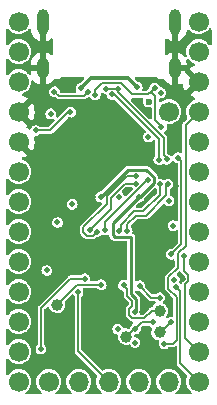
<source format=gbr>
%TF.GenerationSoftware,KiCad,Pcbnew,6.0.3-a3aad9c10e~116~ubuntu20.04.1*%
%TF.CreationDate,2022-03-24T21:59:22+11:00*%
%TF.ProjectId,sea-picro,7365612d-7069-4637-926f-2e6b69636164,0.2*%
%TF.SameCoordinates,Original*%
%TF.FileFunction,Copper,L4,Bot*%
%TF.FilePolarity,Positive*%
%FSLAX46Y46*%
G04 Gerber Fmt 4.6, Leading zero omitted, Abs format (unit mm)*
G04 Created by KiCad (PCBNEW 6.0.3-a3aad9c10e~116~ubuntu20.04.1) date 2022-03-24 21:59:22*
%MOMM*%
%LPD*%
G01*
G04 APERTURE LIST*
%TA.AperFunction,ComponentPad*%
%ADD10C,1.700000*%
%TD*%
%TA.AperFunction,ComponentPad*%
%ADD11O,1.000000X2.200000*%
%TD*%
%TA.AperFunction,ComponentPad*%
%ADD12O,1.000000X1.800000*%
%TD*%
%TA.AperFunction,ComponentPad*%
%ADD13O,1.700000X1.700000*%
%TD*%
%TA.AperFunction,ComponentPad*%
%ADD14C,0.600000*%
%TD*%
%TA.AperFunction,ComponentPad*%
%ADD15C,1.000000*%
%TD*%
%TA.AperFunction,SMDPad,CuDef*%
%ADD16C,1.000000*%
%TD*%
%TA.AperFunction,ViaPad*%
%ADD17C,0.500000*%
%TD*%
%TA.AperFunction,ViaPad*%
%ADD18C,0.600000*%
%TD*%
%TA.AperFunction,Conductor*%
%ADD19C,0.150000*%
%TD*%
%TA.AperFunction,Conductor*%
%ADD20C,0.200000*%
%TD*%
%TA.AperFunction,Conductor*%
%ADD21C,0.300000*%
%TD*%
%TA.AperFunction,Conductor*%
%ADD22C,0.250000*%
%TD*%
G04 APERTURE END LIST*
D10*
%TO.P,J3,1,Pin_1*%
%TO.N,+5V*%
X133800000Y-78580000D03*
%TO.P,J3,2,Pin_2*%
%TO.N,GND*%
X133800000Y-81120000D03*
%TO.P,J3,3,Pin_3*%
%TO.N,/SWITCH*%
X133800000Y-83660000D03*
%TO.P,J3,4,Pin_4*%
%TO.N,+3V3*%
X133800000Y-86200000D03*
%TO.P,J3,5,Pin_5*%
%TO.N,/A3*%
X133800000Y-88740000D03*
%TO.P,J3,6,Pin_6*%
%TO.N,/A2*%
X133800000Y-91280000D03*
%TO.P,J3,7,Pin_7*%
%TO.N,/A1*%
X133800000Y-93820000D03*
%TO.P,J3,8,Pin_8*%
%TO.N,/A0*%
X133800000Y-96360000D03*
%TO.P,J3,9,Pin_9*%
%TO.N,/22_SCK*%
X133800000Y-98900000D03*
%TO.P,J3,10,Pin_10*%
%TO.N,/20_MISO*%
X133800000Y-101440000D03*
%TO.P,J3,11,Pin_11*%
%TO.N,/23_MOSI*%
X133800000Y-103980000D03*
%TO.P,J3,12,Pin_12*%
%TO.N,/21_nCS*%
X133800000Y-106520000D03*
%TD*%
%TO.P,J2,1,Pin_1*%
%TO.N,/9*%
X118560000Y-106520000D03*
%TO.P,J2,2,Pin_2*%
%TO.N,/8*%
X118560000Y-103980000D03*
%TO.P,J2,3,Pin_3*%
%TO.N,/7*%
X118560000Y-101440000D03*
%TO.P,J2,4,Pin_4*%
%TO.N,/6*%
X118560000Y-98900000D03*
%TO.P,J2,5,Pin_5*%
%TO.N,/5*%
X118560000Y-96360000D03*
%TO.P,J2,6,Pin_6*%
%TO.N,/4*%
X118560000Y-93820000D03*
%TO.P,J2,7,Pin_7*%
%TO.N,/3_SCL1*%
X118560000Y-91280000D03*
%TO.P,J2,8,Pin_8*%
%TO.N,/2_SDA1*%
X118560000Y-88740000D03*
%TO.P,J2,9,Pin_9*%
%TO.N,GND*%
X118560000Y-86200000D03*
%TO.P,J2,10,Pin_10*%
X118560000Y-83660000D03*
%TO.P,J2,11,Pin_11*%
%TO.N,/1_RX0*%
X118560000Y-81120000D03*
%TO.P,J2,12,Pin_12*%
%TO.N,/0_TX0*%
X118560000Y-78580000D03*
%TD*%
D11*
%TO.P,J1,S1,SHIELD*%
%TO.N,GND*%
X120624700Y-76100000D03*
%TO.P,J1,S2,SHIELD*%
X131775300Y-76100000D03*
D12*
%TO.P,J1,S3,SHIELD*%
X120624700Y-80000000D03*
%TO.P,J1,S4,SHIELD*%
X131775300Y-80000000D03*
%TD*%
D10*
%TO.P,J6,1,Pin_1*%
%TO.N,/10*%
X121100000Y-106520000D03*
D13*
%TO.P,J6,2,Pin_2*%
%TO.N,/11*%
X123640000Y-106520000D03*
%TO.P,J6,3,Pin_3*%
%TO.N,/15*%
X126180000Y-106520000D03*
%TO.P,J6,4,Pin_4*%
%TO.N,/18*%
X128720000Y-106520000D03*
%TO.P,J6,5,Pin_5*%
%TO.N,/19*%
X131260000Y-106520000D03*
%TD*%
D10*
%TO.P,J4,1,Pin_1*%
%TO.N,/USB+*%
X118560000Y-76040000D03*
%TD*%
%TO.P,J7,1,Pin_1*%
%TO.N,Net-(J7-Pad1)*%
X131260000Y-83660000D03*
%TD*%
D14*
%TO.P,U3,57,GND*%
%TO.N,GND*%
X127475000Y-97535000D03*
X126200000Y-97535000D03*
X126200000Y-96260000D03*
X124925000Y-94985000D03*
X124925000Y-97535000D03*
X127475000Y-94985000D03*
X127475000Y-96260000D03*
X126200000Y-94985000D03*
X124925000Y-96260000D03*
%TD*%
D10*
%TO.P,J5,1,Pin_1*%
%TO.N,/USB-*%
X133800000Y-76040000D03*
%TD*%
D15*
%TO.P,TP2,1,1*%
%TO.N,/SWDIO*%
X130500000Y-100500000D03*
%TD*%
%TO.P,TP1,1,1*%
%TO.N,/SWDCLK*%
X121800000Y-100000000D03*
%TD*%
D16*
%TO.P,TP3,1,1*%
%TO.N,/nRST*%
X127650000Y-102700000D03*
%TD*%
%TO.P,TP4,1,1*%
%TO.N,/BOOT*%
X130500000Y-102300000D03*
%TD*%
D17*
%TO.N,GND*%
X124860000Y-103540000D03*
X122950000Y-84360000D03*
X130150000Y-103250000D03*
X132150000Y-86050000D03*
X129561757Y-90871758D03*
X132450000Y-97800000D03*
X126300000Y-88160000D03*
X121300000Y-89649500D03*
X122250000Y-104150000D03*
D18*
X126151561Y-83771516D03*
D17*
X127650000Y-90560000D03*
X122400000Y-102550000D03*
X124379227Y-100569727D03*
D18*
X129550500Y-83788536D03*
X129376048Y-81585324D03*
D17*
X130000000Y-90510000D03*
X129518170Y-86834725D03*
X121689477Y-92410523D03*
X131850000Y-89950000D03*
X126200000Y-102900000D03*
X131651967Y-92300471D03*
X123596977Y-89463023D03*
X124850497Y-90860000D03*
X129018854Y-100657920D03*
X120000000Y-97900000D03*
D18*
X123000000Y-81750000D03*
D17*
%TO.N,Net-(J1-PadB5)*%
X124450000Y-82000000D03*
X121600000Y-81966970D03*
%TO.N,+5V*%
X130087576Y-81650907D03*
X125049152Y-82250814D03*
X130650000Y-84950000D03*
%TO.N,VBUS*%
X122949500Y-83700000D03*
X123850000Y-81650000D03*
X120025500Y-85250000D03*
X128600000Y-81600000D03*
%TO.N,+3V3*%
X129550000Y-85800000D03*
X131746095Y-97882140D03*
X131300000Y-91210000D03*
X121275500Y-83825600D03*
X131650000Y-93310000D03*
X120950000Y-97100000D03*
X126952589Y-102053918D03*
X127058296Y-90890605D03*
X123100000Y-91500000D03*
X121852713Y-93039178D03*
X128419400Y-103204822D03*
X130600000Y-82050000D03*
D18*
X129600000Y-82800000D03*
D17*
%TO.N,/nRST*%
X128450499Y-102028410D03*
X129950498Y-101500000D03*
%TO.N,+1V1*%
X125500000Y-90860000D03*
X128374500Y-100576302D03*
X128777219Y-90880515D03*
%TO.N,/LED_DO*%
X131502914Y-95725990D03*
X132050000Y-87550000D03*
%TO.N,/23_MOSI*%
X132550000Y-95850000D03*
%TO.N,/21_nCS*%
X131884839Y-98516650D03*
%TO.N,/FLASH_nCS*%
X128800683Y-98397162D03*
X130500000Y-99400000D03*
%TO.N,/USB+*%
X126450000Y-82198511D03*
X130425991Y-87714041D03*
%TO.N,/USB-*%
X131100000Y-87700000D03*
X125932887Y-81699011D03*
X126948501Y-81699011D03*
%TO.N,/SWDCLK*%
X125550000Y-98300000D03*
%TO.N,/SWDIO*%
X127450000Y-98350000D03*
%TO.N,/FLASH_SD0*%
X124565523Y-93644477D03*
X128462751Y-89747251D03*
%TO.N,/FLASH_SCK*%
X128475753Y-89097879D03*
X125200000Y-93810000D03*
%TO.N,/FLASH_SD3*%
X125850000Y-93660000D03*
X129500000Y-89432769D03*
%TO.N,/D+*%
X127074500Y-93775500D03*
X130549001Y-89810223D03*
%TO.N,/D-*%
X131198446Y-89801554D03*
X127750000Y-93775500D03*
%TO.N,/SWITCH*%
X130898515Y-103297625D03*
%TO.N,/15*%
X123600000Y-98900000D03*
%TO.N,/BOOT*%
X131450000Y-101500000D03*
%TO.N,/VBUS_DETECT*%
X124150000Y-97800000D03*
X120450000Y-103750000D03*
%TD*%
D19*
%TO.N,Net-(J1-PadB5)*%
X124450000Y-82000000D02*
X124100000Y-82350000D01*
X121983030Y-82350000D02*
X121600000Y-81966970D01*
X124100000Y-82350000D02*
X121983030Y-82350000D01*
D20*
%TO.N,+5V*%
X125049152Y-81800848D02*
X125650489Y-81199511D01*
X129769242Y-81969242D02*
X130087576Y-81650907D01*
X129537984Y-82200499D02*
X129769242Y-81969242D01*
X125049152Y-82250814D02*
X125049152Y-81800848D01*
X127199511Y-81199511D02*
X128200499Y-82200499D01*
X125650489Y-81199511D02*
X127199511Y-81199511D01*
X128200499Y-82200499D02*
X129537984Y-82200499D01*
X130700000Y-84950000D02*
X130149501Y-84399501D01*
X130149501Y-84399501D02*
X130149501Y-82349501D01*
X130149501Y-82349501D02*
X129769242Y-81969242D01*
%TO.N,VBUS*%
X122949500Y-83700000D02*
X122750000Y-83700000D01*
X122750000Y-83700000D02*
X121200000Y-85250000D01*
D21*
X128600000Y-81600000D02*
X127800000Y-80800000D01*
X124700000Y-80800000D02*
X123850000Y-81650000D01*
D20*
X121200000Y-85250000D02*
X120025500Y-85250000D01*
D21*
X127800000Y-80800000D02*
X124700000Y-80800000D01*
D19*
%TO.N,/nRST*%
X128321590Y-102028410D02*
X127650000Y-102700000D01*
X128450499Y-102028410D02*
X128321590Y-102028410D01*
X128450499Y-102028410D02*
X128978909Y-101500000D01*
X128978909Y-101500000D02*
X129950498Y-101500000D01*
D22*
%TO.N,+1V1*%
X128811243Y-90880515D02*
X128777219Y-90880515D01*
X126550000Y-94110000D02*
X126740000Y-94300000D01*
X128777219Y-90880515D02*
X126550000Y-93107734D01*
X127800000Y-88560000D02*
X129368989Y-88560000D01*
X126740000Y-94300000D02*
X128100000Y-94300000D01*
X129368989Y-88560000D02*
X130024501Y-89215512D01*
X128100000Y-94300000D02*
X128100000Y-99105716D01*
X130024501Y-89667257D02*
X128811243Y-90880515D01*
X130024501Y-89215512D02*
X130024501Y-89667257D01*
X126550000Y-93107734D02*
X126550000Y-94110000D01*
X128499511Y-99505228D02*
X128499511Y-100451291D01*
X128100000Y-99105716D02*
X128499511Y-99505228D01*
X128499511Y-100451291D02*
X128374500Y-100576302D01*
X125500000Y-90860000D02*
X127800000Y-88560000D01*
D19*
%TO.N,/LED_DO*%
X132350000Y-94878904D02*
X131502914Y-95725990D01*
X132350000Y-87850000D02*
X132350000Y-94878904D01*
X132050000Y-87550000D02*
X132350000Y-87850000D01*
%TO.N,/23_MOSI*%
X132924501Y-97996546D02*
X132924501Y-97503454D01*
X133800000Y-103980000D02*
X132646546Y-102826546D01*
X132924501Y-97503454D02*
X132550000Y-97128953D01*
X132550000Y-97128953D02*
X132550000Y-95850000D01*
X132646546Y-102826546D02*
X132646546Y-98274501D01*
X132646546Y-98274501D02*
X132924501Y-97996546D01*
%TO.N,/21_nCS*%
X132250000Y-98881811D02*
X131884839Y-98516650D01*
X132250000Y-104970000D02*
X132250000Y-98881811D01*
X133800000Y-106520000D02*
X132250000Y-104970000D01*
%TO.N,/FLASH_nCS*%
X129803521Y-99400000D02*
X130500000Y-99400000D01*
X128800683Y-98397162D02*
X129803521Y-99400000D01*
D20*
%TO.N,/USB+*%
X130425991Y-85969589D02*
X130425991Y-87614041D01*
X126654913Y-82198511D02*
X130425991Y-85969589D01*
X126450000Y-82198511D02*
X126654913Y-82198511D01*
%TO.N,/USB-*%
X131100000Y-87600000D02*
X130850000Y-87350000D01*
X130850000Y-85877112D02*
X126948501Y-81975614D01*
X130850000Y-87350000D02*
X130850000Y-85877112D01*
X126948501Y-81975614D02*
X126948501Y-81699011D01*
X126948501Y-81699011D02*
X125932887Y-81699011D01*
D19*
%TO.N,/SWDCLK*%
X123500000Y-98300000D02*
X121800000Y-100000000D01*
X125550000Y-98300000D02*
X123500000Y-98300000D01*
%TO.N,/SWDIO*%
X127750000Y-98650000D02*
X127450000Y-98350000D01*
X129197821Y-101150000D02*
X128200000Y-101150000D01*
X128150000Y-99650000D02*
X127750000Y-99250000D01*
X128150000Y-100100000D02*
X128150000Y-99650000D01*
X127900000Y-100350000D02*
X128150000Y-100100000D01*
X129847821Y-100500000D02*
X129197821Y-101150000D01*
X130500000Y-100500000D02*
X129847821Y-100500000D01*
X127750000Y-99250000D02*
X127750000Y-98650000D01*
X128200000Y-101150000D02*
X127900000Y-100850000D01*
X127900000Y-100850000D02*
X127900000Y-100350000D01*
%TO.N,/FLASH_SD0*%
X127530605Y-89747251D02*
X126349510Y-90928346D01*
X126349510Y-90928346D02*
X126349510Y-91860490D01*
X126349510Y-91860490D02*
X124565523Y-93644477D01*
X128462751Y-89747251D02*
X127530605Y-89747251D01*
%TO.N,/FLASH_SCK*%
X124350000Y-94160000D02*
X124050000Y-93860000D01*
X124050000Y-93460000D02*
X126050000Y-91460000D01*
X127756405Y-89097879D02*
X128475753Y-89097879D01*
X124850000Y-94160000D02*
X124350000Y-94160000D01*
X125200000Y-93810000D02*
X124850000Y-94160000D01*
X126050000Y-90804284D02*
X127756405Y-89097879D01*
X124050000Y-93860000D02*
X124050000Y-93460000D01*
X126050000Y-91460000D02*
X126050000Y-90804284D01*
%TO.N,/FLASH_SD3*%
X125850000Y-93031047D02*
X129448278Y-89432769D01*
X125850000Y-93660000D02*
X125850000Y-93031047D01*
X129448278Y-89432769D02*
X129500000Y-89432769D01*
D20*
%TO.N,/D+*%
X130549001Y-90149001D02*
X130549001Y-89710223D01*
X130549001Y-90678155D02*
X130549001Y-90149001D01*
X129125245Y-92101911D02*
X128313806Y-92101911D01*
X130549001Y-90678155D02*
X129125245Y-92101911D01*
X130549001Y-89810223D02*
X130549001Y-90149001D01*
X128313806Y-92101911D02*
X127200000Y-93215717D01*
X127200000Y-93215717D02*
X127200000Y-93650000D01*
X127200000Y-93650000D02*
X127074500Y-93775500D01*
%TO.N,/D-*%
X129341422Y-92451422D02*
X128458578Y-92451422D01*
X128458578Y-92451422D02*
X127750000Y-93160000D01*
X131048502Y-90744342D02*
X129341422Y-92451422D01*
X131198446Y-89801554D02*
X131048502Y-89951498D01*
X131048502Y-89951498D02*
X131048502Y-90051498D01*
X127750000Y-93160000D02*
X127750000Y-93775500D01*
X131048502Y-90744342D02*
X131048502Y-90051498D01*
D19*
%TO.N,/SWITCH*%
X132050000Y-95650000D02*
X132050000Y-96875000D01*
X130898515Y-103297625D02*
X131602375Y-103297625D01*
X131950000Y-99350000D02*
X131950000Y-102950000D01*
X132050000Y-96875000D02*
X131250000Y-97675000D01*
X132700000Y-87650000D02*
X132700000Y-95000000D01*
X131602375Y-103297625D02*
X131950000Y-102950000D01*
X132700000Y-84760000D02*
X132700000Y-87650000D01*
X131250000Y-97675000D02*
X131250000Y-98650000D01*
X133800000Y-83660000D02*
X132700000Y-84760000D01*
X132700000Y-95000000D02*
X132050000Y-95650000D01*
X131250000Y-98650000D02*
X131950000Y-99350000D01*
%TO.N,/15*%
X126180000Y-106520000D02*
X123600000Y-103940000D01*
X123600000Y-103940000D02*
X123600000Y-98900000D01*
%TO.N,/BOOT*%
X130500000Y-102300000D02*
X130650000Y-102300000D01*
X130650000Y-102300000D02*
X131450000Y-101500000D01*
%TO.N,/VBUS_DETECT*%
X120450000Y-100300000D02*
X120450000Y-103750000D01*
X124150000Y-97800000D02*
X122950000Y-97800000D01*
X122950000Y-97800000D02*
X120450000Y-100300000D01*
%TD*%
%TA.AperFunction,Conductor*%
%TO.N,GND*%
G36*
X120820821Y-75866002D02*
G01*
X120867314Y-75919658D01*
X120878700Y-75972000D01*
X120878700Y-77657924D01*
X120882673Y-77671455D01*
X120890468Y-77672575D01*
X120998221Y-77640862D01*
X121009589Y-77636269D01*
X121173854Y-77550393D01*
X121184115Y-77543679D01*
X121269548Y-77474989D01*
X121335170Y-77447893D01*
X121405025Y-77460576D01*
X121456933Y-77509012D01*
X121474500Y-77573186D01*
X121474500Y-78726977D01*
X121454498Y-78795098D01*
X121400842Y-78841591D01*
X121330568Y-78851695D01*
X121268185Y-78824062D01*
X121195844Y-78764216D01*
X121185673Y-78757356D01*
X121022624Y-78669196D01*
X121011319Y-78664444D01*
X120896008Y-78628750D01*
X120881905Y-78628544D01*
X120878700Y-78635299D01*
X120878700Y-81357924D01*
X120882673Y-81371455D01*
X120890468Y-81372575D01*
X120998221Y-81340862D01*
X121009589Y-81336269D01*
X121173854Y-81250393D01*
X121184115Y-81243679D01*
X121328573Y-81127532D01*
X121337332Y-81118954D01*
X121456477Y-80976962D01*
X121463410Y-80966837D01*
X121477468Y-80941267D01*
X121527814Y-80891209D01*
X121597231Y-80876317D01*
X121621419Y-80880856D01*
X121627163Y-80883553D01*
X121636029Y-80884933D01*
X121636031Y-80884934D01*
X121721561Y-80898250D01*
X121736009Y-80900500D01*
X121810940Y-80900500D01*
X121852339Y-80894571D01*
X121908032Y-80886596D01*
X121908035Y-80886595D01*
X121916918Y-80885323D01*
X121925382Y-80881475D01*
X121959023Y-80866179D01*
X122047428Y-80825984D01*
X122156037Y-80732400D01*
X122158219Y-80734932D01*
X122204355Y-80705491D01*
X122239465Y-80700500D01*
X123999628Y-80700500D01*
X124067749Y-80720502D01*
X124114242Y-80774158D01*
X124124346Y-80844432D01*
X124094852Y-80909012D01*
X124088723Y-80915595D01*
X123835130Y-81169188D01*
X123780659Y-81201242D01*
X123672788Y-81232071D01*
X123672784Y-81232073D01*
X123664155Y-81234539D01*
X123555019Y-81303399D01*
X123549076Y-81310128D01*
X123549075Y-81310129D01*
X123526619Y-81335556D01*
X123469596Y-81400122D01*
X123414754Y-81516932D01*
X123408761Y-81555423D01*
X123396282Y-81635567D01*
X123396282Y-81635571D01*
X123394901Y-81644440D01*
X123396065Y-81653342D01*
X123396065Y-81653345D01*
X123410468Y-81763489D01*
X123410469Y-81763493D01*
X123411633Y-81772394D01*
X123451542Y-81863094D01*
X123463605Y-81890510D01*
X123462303Y-81891083D01*
X123478772Y-81950319D01*
X123457788Y-82018144D01*
X123403467Y-82063857D01*
X123352785Y-82074500D01*
X122179773Y-82074500D01*
X122111652Y-82054498D01*
X122065159Y-82000842D01*
X122055046Y-81966362D01*
X122038112Y-81848115D01*
X122038111Y-81848112D01*
X122036839Y-81839229D01*
X122021180Y-81804788D01*
X121987145Y-81729932D01*
X121987143Y-81729929D01*
X121983428Y-81721758D01*
X121928851Y-81658418D01*
X121905051Y-81630796D01*
X121905049Y-81630794D01*
X121899193Y-81623998D01*
X121790906Y-81553811D01*
X121782311Y-81551241D01*
X121782310Y-81551240D01*
X121675874Y-81519408D01*
X121675872Y-81519408D01*
X121667273Y-81516836D01*
X121658298Y-81516781D01*
X121658297Y-81516781D01*
X121603641Y-81516447D01*
X121538231Y-81516048D01*
X121500943Y-81526705D01*
X121422786Y-81549042D01*
X121422784Y-81549043D01*
X121414155Y-81551509D01*
X121406565Y-81556298D01*
X121319678Y-81611120D01*
X121305019Y-81620369D01*
X121299076Y-81627098D01*
X121299075Y-81627099D01*
X121272643Y-81657028D01*
X121219596Y-81717092D01*
X121215782Y-81725215D01*
X121215781Y-81725217D01*
X121193632Y-81772394D01*
X121164754Y-81833902D01*
X121161546Y-81854507D01*
X121146282Y-81952537D01*
X121146282Y-81952541D01*
X121144901Y-81961410D01*
X121146065Y-81970312D01*
X121146065Y-81970315D01*
X121160468Y-82080459D01*
X121160469Y-82080463D01*
X121161633Y-82089364D01*
X121213605Y-82207480D01*
X121219382Y-82214353D01*
X121219383Y-82214354D01*
X121288377Y-82296432D01*
X121296639Y-82306261D01*
X121330987Y-82329125D01*
X121359384Y-82348027D01*
X121404060Y-82377766D01*
X121527233Y-82416248D01*
X121536203Y-82416412D01*
X121536207Y-82416413D01*
X121611301Y-82417789D01*
X121679044Y-82439036D01*
X121698087Y-82454673D01*
X121760258Y-82516844D01*
X121775928Y-82535936D01*
X121784406Y-82548624D01*
X121807407Y-82563993D01*
X121807408Y-82563994D01*
X121875535Y-82609515D01*
X121983030Y-82630897D01*
X121997991Y-82627921D01*
X122022573Y-82625500D01*
X124060457Y-82625500D01*
X124085039Y-82627921D01*
X124100000Y-82630897D01*
X124127132Y-82625500D01*
X124127133Y-82625500D01*
X124207495Y-82609515D01*
X124259496Y-82574769D01*
X124275622Y-82563994D01*
X124275623Y-82563993D01*
X124298624Y-82548624D01*
X124307102Y-82535936D01*
X124322772Y-82516844D01*
X124352237Y-82487379D01*
X124414549Y-82453353D01*
X124443639Y-82450495D01*
X124506255Y-82451643D01*
X124514917Y-82449282D01*
X124514921Y-82449281D01*
X124529691Y-82445254D01*
X124600674Y-82446634D01*
X124659642Y-82486171D01*
X124661810Y-82489173D01*
X124662757Y-82491324D01*
X124667078Y-82496464D01*
X124667082Y-82496470D01*
X124732900Y-82574769D01*
X124745791Y-82590105D01*
X124774638Y-82609307D01*
X124813803Y-82635377D01*
X124853212Y-82661610D01*
X124976385Y-82700092D01*
X124985355Y-82700256D01*
X124985359Y-82700257D01*
X125044094Y-82701333D01*
X125105407Y-82702457D01*
X125172603Y-82684137D01*
X125221244Y-82670876D01*
X125221245Y-82670876D01*
X125229907Y-82668514D01*
X125237557Y-82663817D01*
X125237559Y-82663816D01*
X125332224Y-82605692D01*
X125332227Y-82605689D01*
X125339876Y-82600993D01*
X125345902Y-82594336D01*
X125420452Y-82511975D01*
X125420455Y-82511971D01*
X125426474Y-82505321D01*
X125482740Y-82389189D01*
X125484717Y-82377441D01*
X125503342Y-82266731D01*
X125504149Y-82261934D01*
X125504285Y-82250814D01*
X125497378Y-82202586D01*
X125507520Y-82132320D01*
X125554042Y-82078690D01*
X125622174Y-82058725D01*
X125691922Y-82079837D01*
X125729471Y-82104831D01*
X125729473Y-82104832D01*
X125736947Y-82109807D01*
X125860120Y-82148289D01*
X125880819Y-82148668D01*
X125948562Y-82169914D01*
X125994065Y-82224412D01*
X126003447Y-82258308D01*
X126011633Y-82320905D01*
X126015250Y-82329125D01*
X126041679Y-82389189D01*
X126063605Y-82439021D01*
X126069382Y-82445894D01*
X126069383Y-82445895D01*
X126116244Y-82501643D01*
X126146639Y-82537802D01*
X126254060Y-82609307D01*
X126377233Y-82647789D01*
X126386203Y-82647953D01*
X126386207Y-82647954D01*
X126444942Y-82649030D01*
X126506255Y-82650154D01*
X126573488Y-82631824D01*
X126644468Y-82633203D01*
X126695723Y-82664292D01*
X129284417Y-85252986D01*
X129318443Y-85315298D01*
X129313378Y-85386113D01*
X129270831Y-85442949D01*
X129262629Y-85448594D01*
X129262613Y-85448607D01*
X129255019Y-85453399D01*
X129249076Y-85460128D01*
X129249075Y-85460129D01*
X129214613Y-85499150D01*
X129169596Y-85550122D01*
X129165782Y-85558245D01*
X129165781Y-85558247D01*
X129149960Y-85591945D01*
X129114754Y-85666932D01*
X129109269Y-85702163D01*
X129096282Y-85785567D01*
X129096282Y-85785571D01*
X129094901Y-85794440D01*
X129096065Y-85803342D01*
X129096065Y-85803345D01*
X129110468Y-85913489D01*
X129110469Y-85913493D01*
X129111633Y-85922394D01*
X129163605Y-86040510D01*
X129169382Y-86047383D01*
X129169383Y-86047384D01*
X129208618Y-86094060D01*
X129246639Y-86139291D01*
X129354060Y-86210796D01*
X129477233Y-86249278D01*
X129486203Y-86249442D01*
X129486207Y-86249443D01*
X129544942Y-86250519D01*
X129606255Y-86251643D01*
X129687569Y-86229474D01*
X129722092Y-86220062D01*
X129722093Y-86220062D01*
X129730755Y-86217700D01*
X129738405Y-86213003D01*
X129738407Y-86213002D01*
X129833072Y-86154878D01*
X129833075Y-86154875D01*
X129840724Y-86150179D01*
X129850580Y-86139291D01*
X129906076Y-86077979D01*
X129966619Y-86040898D01*
X130037599Y-86042435D01*
X130096480Y-86082103D01*
X130124568Y-86147307D01*
X130125491Y-86162534D01*
X130125491Y-87326015D01*
X130105489Y-87394136D01*
X130093933Y-87409421D01*
X130045587Y-87464163D01*
X130041773Y-87472286D01*
X130041772Y-87472288D01*
X130024020Y-87510099D01*
X129990745Y-87580973D01*
X129989365Y-87589839D01*
X129972273Y-87699608D01*
X129972273Y-87699612D01*
X129970892Y-87708481D01*
X129972056Y-87717383D01*
X129972056Y-87717386D01*
X129986459Y-87827530D01*
X129986460Y-87827534D01*
X129987624Y-87836435D01*
X130039596Y-87954551D01*
X130045373Y-87961424D01*
X130045374Y-87961425D01*
X130114384Y-88043522D01*
X130122630Y-88053332D01*
X130130107Y-88058309D01*
X130201484Y-88105821D01*
X130230051Y-88124837D01*
X130353224Y-88163319D01*
X130362194Y-88163483D01*
X130362198Y-88163484D01*
X130420933Y-88164560D01*
X130482246Y-88165684D01*
X130563369Y-88143567D01*
X130598083Y-88134103D01*
X130598084Y-88134103D01*
X130606746Y-88131741D01*
X130709104Y-88068893D01*
X130777619Y-88050296D01*
X130844849Y-88071382D01*
X130904060Y-88110796D01*
X131027233Y-88149278D01*
X131036203Y-88149442D01*
X131036207Y-88149443D01*
X131094942Y-88150519D01*
X131156255Y-88151643D01*
X131246482Y-88127044D01*
X131272092Y-88120062D01*
X131272093Y-88120062D01*
X131280755Y-88117700D01*
X131288405Y-88113003D01*
X131288407Y-88113002D01*
X131383072Y-88054878D01*
X131383075Y-88054875D01*
X131390724Y-88050179D01*
X131396750Y-88043522D01*
X131471300Y-87961161D01*
X131471303Y-87961157D01*
X131477322Y-87954507D01*
X131481234Y-87946434D01*
X131481236Y-87946430D01*
X131511079Y-87884834D01*
X131558781Y-87832250D01*
X131627340Y-87813805D01*
X131694988Y-87835353D01*
X131720919Y-87858693D01*
X131746639Y-87889291D01*
X131854060Y-87960796D01*
X131921770Y-87981950D01*
X131977233Y-87999278D01*
X131976845Y-88000520D01*
X132032692Y-88027234D01*
X132070008Y-88087634D01*
X132074500Y-88120977D01*
X132074500Y-92816426D01*
X132054498Y-92884547D01*
X132000842Y-92931040D01*
X131930568Y-92941144D01*
X131879969Y-92922159D01*
X131848438Y-92901722D01*
X131848433Y-92901720D01*
X131840906Y-92896841D01*
X131832311Y-92894271D01*
X131832310Y-92894270D01*
X131725874Y-92862438D01*
X131725872Y-92862438D01*
X131717273Y-92859866D01*
X131708298Y-92859811D01*
X131708297Y-92859811D01*
X131653641Y-92859477D01*
X131588231Y-92859078D01*
X131576475Y-92862438D01*
X131472786Y-92892072D01*
X131472784Y-92892073D01*
X131464155Y-92894539D01*
X131456565Y-92899328D01*
X131384367Y-92944882D01*
X131355019Y-92963399D01*
X131349076Y-92970128D01*
X131349075Y-92970129D01*
X131325141Y-92997229D01*
X131269596Y-93060122D01*
X131265782Y-93068245D01*
X131265781Y-93068247D01*
X131249877Y-93102123D01*
X131214754Y-93176932D01*
X131213374Y-93185798D01*
X131196282Y-93295567D01*
X131196282Y-93295571D01*
X131194901Y-93304440D01*
X131196065Y-93313342D01*
X131196065Y-93313345D01*
X131210468Y-93423489D01*
X131210469Y-93423493D01*
X131211633Y-93432394D01*
X131263605Y-93550510D01*
X131269382Y-93557383D01*
X131269383Y-93557384D01*
X131338484Y-93639590D01*
X131346639Y-93649291D01*
X131454060Y-93720796D01*
X131577233Y-93759278D01*
X131586203Y-93759442D01*
X131586207Y-93759443D01*
X131644942Y-93760519D01*
X131706255Y-93761643D01*
X131768505Y-93744672D01*
X131822092Y-93730062D01*
X131822093Y-93730062D01*
X131830755Y-93727700D01*
X131882574Y-93695883D01*
X131951088Y-93677286D01*
X132018784Y-93698683D01*
X132064165Y-93753282D01*
X132074500Y-93803259D01*
X132074500Y-94712598D01*
X132054498Y-94780719D01*
X132037595Y-94801693D01*
X131600697Y-95238591D01*
X131538385Y-95272617D01*
X131510836Y-95275494D01*
X131441145Y-95275068D01*
X131379107Y-95292799D01*
X131325700Y-95308062D01*
X131325698Y-95308063D01*
X131317069Y-95310529D01*
X131207933Y-95379389D01*
X131122510Y-95476112D01*
X131118696Y-95484235D01*
X131118695Y-95484237D01*
X131116548Y-95488811D01*
X131067668Y-95592922D01*
X131063300Y-95620975D01*
X131049196Y-95711557D01*
X131049196Y-95711561D01*
X131047815Y-95720430D01*
X131048979Y-95729332D01*
X131048979Y-95729335D01*
X131063382Y-95839479D01*
X131063383Y-95839483D01*
X131064547Y-95848384D01*
X131116519Y-95966500D01*
X131199553Y-96065281D01*
X131306974Y-96136786D01*
X131430147Y-96175268D01*
X131439117Y-96175432D01*
X131439121Y-96175433D01*
X131497856Y-96176509D01*
X131559169Y-96177633D01*
X131615358Y-96162314D01*
X131686341Y-96163694D01*
X131745310Y-96203231D01*
X131773542Y-96268372D01*
X131774500Y-96283877D01*
X131774500Y-96708694D01*
X131754498Y-96776815D01*
X131737595Y-96797789D01*
X131083156Y-97452228D01*
X131064064Y-97467898D01*
X131051376Y-97476376D01*
X131036007Y-97499377D01*
X131034966Y-97498681D01*
X131034965Y-97498683D01*
X131036006Y-97499378D01*
X131033283Y-97503454D01*
X130990485Y-97567505D01*
X130990485Y-97567506D01*
X130969103Y-97675000D01*
X130971524Y-97687171D01*
X130972079Y-97689961D01*
X130974500Y-97714543D01*
X130974500Y-98610457D01*
X130972079Y-98635037D01*
X130969103Y-98650000D01*
X130974500Y-98677132D01*
X130974500Y-98677133D01*
X130990485Y-98757495D01*
X131013878Y-98792505D01*
X131024204Y-98807958D01*
X131051376Y-98848624D01*
X131061692Y-98855517D01*
X131061693Y-98855518D01*
X131064061Y-98857100D01*
X131083153Y-98872769D01*
X131373347Y-99162962D01*
X131637595Y-99427210D01*
X131671620Y-99489523D01*
X131674500Y-99516306D01*
X131674500Y-100928420D01*
X131654498Y-100996541D01*
X131600842Y-101043034D01*
X131529876Y-101053036D01*
X131525871Y-101052437D01*
X131517273Y-101049866D01*
X131508299Y-101049811D01*
X131508298Y-101049811D01*
X131452752Y-101049472D01*
X131388231Y-101049078D01*
X131336044Y-101063993D01*
X131272786Y-101082072D01*
X131272784Y-101082073D01*
X131264155Y-101084539D01*
X131224633Y-101109476D01*
X131222837Y-101110609D01*
X131154552Y-101130044D01*
X131086600Y-101109476D01*
X131040555Y-101055435D01*
X131031036Y-100985079D01*
X131053277Y-100930522D01*
X131102391Y-100862171D01*
X131118361Y-100839947D01*
X131121194Y-100832900D01*
X131178766Y-100689687D01*
X131178767Y-100689685D01*
X131181601Y-100682634D01*
X131195105Y-100587747D01*
X131204909Y-100518862D01*
X131204909Y-100518859D01*
X131205490Y-100514778D01*
X131205645Y-100500000D01*
X131202193Y-100471470D01*
X131191739Y-100385087D01*
X131185276Y-100331680D01*
X131125345Y-100173077D01*
X131065503Y-100086007D01*
X131033614Y-100039608D01*
X131033613Y-100039607D01*
X131029312Y-100033349D01*
X131017460Y-100022789D01*
X130908392Y-99925612D01*
X130908388Y-99925610D01*
X130902721Y-99920560D01*
X130865924Y-99901077D01*
X130815080Y-99851525D01*
X130799098Y-99782351D01*
X130823051Y-99715517D01*
X130831467Y-99705167D01*
X130864916Y-99668213D01*
X130877322Y-99654507D01*
X130933588Y-99538375D01*
X130935849Y-99524939D01*
X130954190Y-99415917D01*
X130954997Y-99411120D01*
X130955133Y-99400000D01*
X130943441Y-99318358D01*
X130938112Y-99281145D01*
X130938111Y-99281142D01*
X130936839Y-99272259D01*
X130932252Y-99262171D01*
X130887145Y-99162962D01*
X130887143Y-99162959D01*
X130883428Y-99154788D01*
X130799193Y-99057028D01*
X130690906Y-98986841D01*
X130682311Y-98984271D01*
X130682310Y-98984270D01*
X130575874Y-98952438D01*
X130575872Y-98952438D01*
X130567273Y-98949866D01*
X130558298Y-98949811D01*
X130558297Y-98949811D01*
X130503641Y-98949477D01*
X130438231Y-98949078D01*
X130426475Y-98952438D01*
X130322786Y-98982072D01*
X130322784Y-98982073D01*
X130314155Y-98984539D01*
X130306565Y-98989328D01*
X130271078Y-99011719D01*
X130205019Y-99053399D01*
X130179842Y-99081907D01*
X130119756Y-99119726D01*
X130085400Y-99124500D01*
X129969827Y-99124500D01*
X129901706Y-99104498D01*
X129880732Y-99087595D01*
X129292533Y-98499396D01*
X129258507Y-98437084D01*
X129256713Y-98408295D01*
X129255680Y-98408282D01*
X129255757Y-98402021D01*
X129255757Y-98402015D01*
X129255816Y-98397162D01*
X129243487Y-98311073D01*
X129238795Y-98278307D01*
X129238794Y-98278304D01*
X129237522Y-98269421D01*
X129222214Y-98235753D01*
X129187828Y-98160124D01*
X129187826Y-98160121D01*
X129184111Y-98151950D01*
X129140534Y-98101376D01*
X129105734Y-98060988D01*
X129105732Y-98060986D01*
X129099876Y-98054190D01*
X128991589Y-97984003D01*
X128982994Y-97981433D01*
X128982993Y-97981432D01*
X128876557Y-97949600D01*
X128876555Y-97949600D01*
X128867956Y-97947028D01*
X128858981Y-97946973D01*
X128858980Y-97946973D01*
X128804324Y-97946639D01*
X128738914Y-97946240D01*
X128690317Y-97960129D01*
X128623469Y-97979234D01*
X128623467Y-97979235D01*
X128614838Y-97981701D01*
X128607249Y-97986489D01*
X128602946Y-97988414D01*
X128532596Y-97997969D01*
X128468247Y-97967973D01*
X128430331Y-97907949D01*
X128425500Y-97873395D01*
X128425500Y-94242606D01*
X128419378Y-94225786D01*
X128413695Y-94204576D01*
X128412502Y-94197810D01*
X128410588Y-94186955D01*
X128401640Y-94171456D01*
X128392361Y-94151557D01*
X128386240Y-94134740D01*
X128379154Y-94126295D01*
X128379153Y-94126293D01*
X128374735Y-94121028D01*
X128362143Y-94103045D01*
X128358704Y-94097089D01*
X128353194Y-94087545D01*
X128344752Y-94080461D01*
X128344750Y-94080459D01*
X128339484Y-94076040D01*
X128323958Y-94060514D01*
X128319542Y-94055252D01*
X128312455Y-94046806D01*
X128296957Y-94037858D01*
X128278967Y-94025261D01*
X128273707Y-94020847D01*
X128273706Y-94020847D01*
X128265261Y-94013760D01*
X128254902Y-94009990D01*
X128250931Y-94007697D01*
X128201938Y-93956313D01*
X128188503Y-93886600D01*
X128189676Y-93877687D01*
X128204997Y-93786620D01*
X128205133Y-93775500D01*
X128186839Y-93647759D01*
X128171931Y-93614970D01*
X128137145Y-93538462D01*
X128137143Y-93538459D01*
X128133428Y-93530288D01*
X128081047Y-93469496D01*
X128051733Y-93404834D01*
X128050500Y-93387249D01*
X128050500Y-93336661D01*
X128070502Y-93268540D01*
X128087405Y-93247566D01*
X128546144Y-92788827D01*
X128608456Y-92754801D01*
X128635239Y-92751922D01*
X129289056Y-92751922D01*
X129291729Y-92752118D01*
X129296764Y-92753847D01*
X129308386Y-92753411D01*
X129308388Y-92753411D01*
X129345677Y-92752011D01*
X129350403Y-92751922D01*
X129369370Y-92751922D01*
X129374105Y-92751040D01*
X129377631Y-92750812D01*
X129381371Y-92750671D01*
X129408630Y-92749648D01*
X129419315Y-92745058D01*
X129423915Y-92744021D01*
X129435636Y-92740460D01*
X129440039Y-92738761D01*
X129451475Y-92736631D01*
X129472463Y-92723694D01*
X129488833Y-92715191D01*
X129503310Y-92708971D01*
X129503314Y-92708969D01*
X129511485Y-92705458D01*
X129516371Y-92701444D01*
X129518556Y-92699259D01*
X129520819Y-92697207D01*
X129520964Y-92697367D01*
X129529971Y-92690247D01*
X129536866Y-92683995D01*
X129546770Y-92677890D01*
X129563338Y-92656102D01*
X129574532Y-92643283D01*
X130749645Y-91468170D01*
X130811957Y-91434144D01*
X130882772Y-91439209D01*
X130935190Y-91476188D01*
X130996639Y-91549291D01*
X131104060Y-91620796D01*
X131227233Y-91659278D01*
X131236203Y-91659442D01*
X131236207Y-91659443D01*
X131294942Y-91660519D01*
X131356255Y-91661643D01*
X131470067Y-91630614D01*
X131472092Y-91630062D01*
X131472093Y-91630062D01*
X131480755Y-91627700D01*
X131488405Y-91623003D01*
X131488407Y-91623002D01*
X131583072Y-91564878D01*
X131583075Y-91564875D01*
X131590724Y-91560179D01*
X131596750Y-91553522D01*
X131671300Y-91471161D01*
X131671303Y-91471157D01*
X131677322Y-91464507D01*
X131733588Y-91348375D01*
X131736317Y-91332158D01*
X131754190Y-91225917D01*
X131754997Y-91221120D01*
X131755133Y-91210000D01*
X131743239Y-91126947D01*
X131738112Y-91091145D01*
X131738111Y-91091142D01*
X131736839Y-91082259D01*
X131733125Y-91074090D01*
X131687145Y-90972962D01*
X131687143Y-90972959D01*
X131683428Y-90964788D01*
X131629090Y-90901725D01*
X131605051Y-90873826D01*
X131605049Y-90873824D01*
X131599193Y-90867028D01*
X131490906Y-90796841D01*
X131482311Y-90794271D01*
X131482310Y-90794270D01*
X131438899Y-90781287D01*
X131379365Y-90742604D01*
X131350196Y-90677877D01*
X131349002Y-90660570D01*
X131349002Y-90308287D01*
X131369004Y-90240166D01*
X131409074Y-90200912D01*
X131481518Y-90156432D01*
X131481521Y-90156429D01*
X131489170Y-90151733D01*
X131495196Y-90145076D01*
X131569746Y-90062715D01*
X131569749Y-90062711D01*
X131575768Y-90056061D01*
X131632034Y-89939929D01*
X131653443Y-89812674D01*
X131653579Y-89801554D01*
X131640353Y-89709201D01*
X131636558Y-89682699D01*
X131636557Y-89682696D01*
X131635285Y-89673813D01*
X131617198Y-89634033D01*
X131585591Y-89564516D01*
X131585589Y-89564513D01*
X131581874Y-89556342D01*
X131533125Y-89499766D01*
X131503497Y-89465380D01*
X131503495Y-89465378D01*
X131497639Y-89458582D01*
X131389352Y-89388395D01*
X131380757Y-89385825D01*
X131380756Y-89385824D01*
X131274320Y-89353992D01*
X131274318Y-89353992D01*
X131265719Y-89351420D01*
X131256744Y-89351365D01*
X131256743Y-89351365D01*
X131202087Y-89351031D01*
X131136677Y-89350632D01*
X131082052Y-89366244D01*
X131021232Y-89383626D01*
X131021230Y-89383627D01*
X131012601Y-89386093D01*
X131005009Y-89390883D01*
X131005005Y-89390885D01*
X130933992Y-89435691D01*
X130865707Y-89455126D01*
X130798224Y-89434862D01*
X130747440Y-89401946D01*
X130747437Y-89401945D01*
X130739907Y-89397064D01*
X130731312Y-89394494D01*
X130731311Y-89394493D01*
X130624875Y-89362661D01*
X130624873Y-89362661D01*
X130616274Y-89360089D01*
X130607299Y-89360034D01*
X130607298Y-89360034D01*
X130548905Y-89359678D01*
X130490080Y-89359318D01*
X130490077Y-89359318D01*
X130487232Y-89359301D01*
X130487235Y-89358890D01*
X130422925Y-89349208D01*
X130369578Y-89302361D01*
X130350028Y-89234109D01*
X130350505Y-89223961D01*
X130352804Y-89197691D01*
X130352804Y-89197690D01*
X130353765Y-89186705D01*
X130344009Y-89150297D01*
X130341631Y-89139570D01*
X130339694Y-89128586D01*
X130335089Y-89102467D01*
X130329578Y-89092922D01*
X130328386Y-89089646D01*
X130326909Y-89086478D01*
X130324055Y-89075828D01*
X130302446Y-89044968D01*
X130296540Y-89035697D01*
X130283208Y-89012606D01*
X130277695Y-89003057D01*
X130248818Y-88978827D01*
X130240716Y-88971401D01*
X129613100Y-88343785D01*
X129605673Y-88335681D01*
X129588530Y-88315251D01*
X129588529Y-88315250D01*
X129581444Y-88306806D01*
X129571895Y-88301293D01*
X129548804Y-88287961D01*
X129539533Y-88282055D01*
X129517704Y-88266770D01*
X129508673Y-88260446D01*
X129498023Y-88257592D01*
X129494855Y-88256115D01*
X129491579Y-88254923D01*
X129482034Y-88249412D01*
X129448290Y-88243462D01*
X129444931Y-88242870D01*
X129434204Y-88240492D01*
X129397796Y-88230736D01*
X129386811Y-88231697D01*
X129386809Y-88231697D01*
X129360261Y-88234020D01*
X129349279Y-88234500D01*
X127819713Y-88234500D01*
X127808732Y-88234021D01*
X127782170Y-88231697D01*
X127782168Y-88231697D01*
X127771193Y-88230737D01*
X127734783Y-88240492D01*
X127724076Y-88242866D01*
X127686955Y-88249412D01*
X127677411Y-88254922D01*
X127674135Y-88256114D01*
X127670964Y-88257593D01*
X127660316Y-88260446D01*
X127651287Y-88266768D01*
X127629449Y-88282059D01*
X127620179Y-88287964D01*
X127597092Y-88301293D01*
X127597088Y-88301296D01*
X127587545Y-88306806D01*
X127580459Y-88315250D01*
X127580460Y-88315250D01*
X127563320Y-88335677D01*
X127555892Y-88343782D01*
X125527404Y-90372270D01*
X125465092Y-90406296D01*
X125455410Y-90408009D01*
X125447207Y-90409133D01*
X125438231Y-90409078D01*
X125376193Y-90426809D01*
X125322786Y-90442072D01*
X125322784Y-90442073D01*
X125314155Y-90444539D01*
X125205019Y-90513399D01*
X125199076Y-90520128D01*
X125199075Y-90520129D01*
X125169440Y-90553684D01*
X125119596Y-90610122D01*
X125115782Y-90618245D01*
X125115781Y-90618247D01*
X125099200Y-90653565D01*
X125064754Y-90726932D01*
X125056305Y-90781198D01*
X125046282Y-90845567D01*
X125046282Y-90845571D01*
X125044901Y-90854440D01*
X125046065Y-90863342D01*
X125046065Y-90863345D01*
X125060468Y-90973489D01*
X125060469Y-90973493D01*
X125061633Y-90982394D01*
X125065250Y-90990614D01*
X125107591Y-91086841D01*
X125113605Y-91100510D01*
X125119382Y-91107383D01*
X125119383Y-91107384D01*
X125190859Y-91192415D01*
X125196639Y-91199291D01*
X125304060Y-91270796D01*
X125391823Y-91298215D01*
X125416578Y-91305949D01*
X125427233Y-91309278D01*
X125507771Y-91310754D01*
X125575513Y-91332001D01*
X125621015Y-91386500D01*
X125629829Y-91456947D01*
X125594556Y-91525828D01*
X123883156Y-93237228D01*
X123864064Y-93252898D01*
X123851376Y-93261376D01*
X123836007Y-93284377D01*
X123833989Y-93283028D01*
X123833987Y-93283033D01*
X123836004Y-93284381D01*
X123827363Y-93297313D01*
X123797379Y-93342186D01*
X123797377Y-93342190D01*
X123790485Y-93352505D01*
X123774500Y-93432867D01*
X123769103Y-93460000D01*
X123771524Y-93472171D01*
X123772079Y-93474961D01*
X123774500Y-93499543D01*
X123774500Y-93820457D01*
X123772079Y-93845039D01*
X123769103Y-93860000D01*
X123774500Y-93887132D01*
X123774500Y-93887133D01*
X123790485Y-93967495D01*
X123801775Y-93984391D01*
X123803184Y-93986500D01*
X123803185Y-93986501D01*
X123832254Y-94030006D01*
X123844106Y-94047744D01*
X123851376Y-94058624D01*
X123861692Y-94065517D01*
X123861693Y-94065518D01*
X123864064Y-94067102D01*
X123883156Y-94082772D01*
X124127228Y-94326844D01*
X124142898Y-94345936D01*
X124151376Y-94358624D01*
X124174377Y-94373993D01*
X124174378Y-94373994D01*
X124191667Y-94385546D01*
X124242505Y-94419515D01*
X124254674Y-94421936D01*
X124254675Y-94421936D01*
X124322867Y-94435500D01*
X124337828Y-94438476D01*
X124337829Y-94438476D01*
X124350000Y-94440897D01*
X124364961Y-94437921D01*
X124389543Y-94435500D01*
X124810457Y-94435500D01*
X124835039Y-94437921D01*
X124850000Y-94440897D01*
X124877132Y-94435500D01*
X124877133Y-94435500D01*
X124957495Y-94419515D01*
X125008333Y-94385546D01*
X125025622Y-94373994D01*
X125025623Y-94373993D01*
X125048624Y-94358624D01*
X125057102Y-94345936D01*
X125072772Y-94326844D01*
X125102237Y-94297379D01*
X125164549Y-94263353D01*
X125193639Y-94260495D01*
X125256255Y-94261643D01*
X125351643Y-94235637D01*
X125372092Y-94230062D01*
X125372093Y-94230062D01*
X125380755Y-94227700D01*
X125388405Y-94223003D01*
X125388407Y-94223002D01*
X125483072Y-94164878D01*
X125483075Y-94164875D01*
X125490724Y-94160179D01*
X125535727Y-94110460D01*
X125596270Y-94073380D01*
X125666715Y-94074750D01*
X125757282Y-94103045D01*
X125777233Y-94109278D01*
X125786203Y-94109442D01*
X125786207Y-94109443D01*
X125844942Y-94110519D01*
X125906255Y-94111643D01*
X125968505Y-94094672D01*
X126022092Y-94080062D01*
X126022093Y-94080062D01*
X126030755Y-94077700D01*
X126038407Y-94073002D01*
X126046642Y-94069438D01*
X126047487Y-94071391D01*
X126104430Y-94055935D01*
X126172125Y-94077332D01*
X126217506Y-94131932D01*
X126223548Y-94149300D01*
X126230491Y-94175214D01*
X126232870Y-94185942D01*
X126239412Y-94223045D01*
X126244923Y-94232590D01*
X126246115Y-94235866D01*
X126247592Y-94239034D01*
X126250446Y-94249684D01*
X126272055Y-94280544D01*
X126277961Y-94289815D01*
X126291293Y-94312906D01*
X126296806Y-94322455D01*
X126305251Y-94329541D01*
X126325682Y-94346685D01*
X126333785Y-94354111D01*
X126495889Y-94516215D01*
X126503316Y-94524319D01*
X126527545Y-94553194D01*
X126537094Y-94558707D01*
X126560185Y-94572039D01*
X126569456Y-94577945D01*
X126600316Y-94599554D01*
X126610966Y-94602408D01*
X126614134Y-94603885D01*
X126617410Y-94605077D01*
X126626955Y-94610588D01*
X126660699Y-94616538D01*
X126664058Y-94617130D01*
X126674785Y-94619508D01*
X126711193Y-94629264D01*
X126722169Y-94628304D01*
X126722172Y-94628304D01*
X126748743Y-94625979D01*
X126759724Y-94625500D01*
X127648500Y-94625500D01*
X127716621Y-94645502D01*
X127763114Y-94699158D01*
X127774500Y-94751500D01*
X127774500Y-97807598D01*
X127754498Y-97875719D01*
X127700842Y-97922212D01*
X127630568Y-97932316D01*
X127612400Y-97928316D01*
X127517273Y-97899866D01*
X127508298Y-97899811D01*
X127508297Y-97899811D01*
X127453641Y-97899477D01*
X127388231Y-97899078D01*
X127376475Y-97902438D01*
X127272786Y-97932072D01*
X127272784Y-97932073D01*
X127264155Y-97934539D01*
X127256565Y-97939328D01*
X127178769Y-97988414D01*
X127155019Y-98003399D01*
X127149076Y-98010128D01*
X127149075Y-98010129D01*
X127139838Y-98020588D01*
X127069596Y-98100122D01*
X127065782Y-98108245D01*
X127065781Y-98108247D01*
X127041425Y-98160124D01*
X127014754Y-98216932D01*
X127006267Y-98271438D01*
X126996282Y-98335567D01*
X126996282Y-98335571D01*
X126994901Y-98344440D01*
X126996065Y-98353342D01*
X126996065Y-98353345D01*
X127010468Y-98463489D01*
X127010469Y-98463493D01*
X127011633Y-98472394D01*
X127063605Y-98590510D01*
X127069382Y-98597383D01*
X127069383Y-98597384D01*
X127113762Y-98650179D01*
X127146639Y-98689291D01*
X127164384Y-98701103D01*
X127240310Y-98751643D01*
X127254060Y-98760796D01*
X127355554Y-98792505D01*
X127377233Y-98799278D01*
X127376845Y-98800520D01*
X127432692Y-98827234D01*
X127470008Y-98887634D01*
X127474500Y-98920977D01*
X127474500Y-99210457D01*
X127472079Y-99235039D01*
X127469103Y-99250000D01*
X127474500Y-99277132D01*
X127474500Y-99277133D01*
X127490485Y-99357495D01*
X127497379Y-99367813D01*
X127497380Y-99367815D01*
X127513510Y-99391955D01*
X127529522Y-99415917D01*
X127529828Y-99416375D01*
X127551376Y-99448624D01*
X127561692Y-99455517D01*
X127561693Y-99455518D01*
X127564064Y-99457102D01*
X127583156Y-99472772D01*
X127837595Y-99727211D01*
X127871621Y-99789523D01*
X127874500Y-99816306D01*
X127874500Y-99933694D01*
X127854498Y-100001815D01*
X127837595Y-100022789D01*
X127733156Y-100127228D01*
X127714064Y-100142898D01*
X127701376Y-100151376D01*
X127694485Y-100161689D01*
X127686007Y-100174377D01*
X127686006Y-100174377D01*
X127675777Y-100189687D01*
X127671913Y-100195470D01*
X127640485Y-100242505D01*
X127624500Y-100322867D01*
X127619103Y-100350000D01*
X127621524Y-100362171D01*
X127622079Y-100364961D01*
X127624500Y-100389543D01*
X127624500Y-100810457D01*
X127622079Y-100835039D01*
X127619103Y-100850000D01*
X127624500Y-100877132D01*
X127624500Y-100877133D01*
X127640485Y-100957495D01*
X127668529Y-100999465D01*
X127685031Y-101024162D01*
X127701376Y-101048624D01*
X127711692Y-101055517D01*
X127711693Y-101055518D01*
X127714064Y-101057102D01*
X127733156Y-101072772D01*
X127977228Y-101316844D01*
X127992898Y-101335936D01*
X128001376Y-101348624D01*
X128011689Y-101355515D01*
X128024377Y-101363993D01*
X128024378Y-101363994D01*
X128036748Y-101372259D01*
X128036749Y-101372261D01*
X128082183Y-101402619D01*
X128082187Y-101402621D01*
X128092505Y-101409515D01*
X128124587Y-101415897D01*
X128158779Y-101422698D01*
X128221689Y-101455606D01*
X128256820Y-101517301D01*
X128253020Y-101588196D01*
X128211494Y-101645782D01*
X128201432Y-101652839D01*
X128163113Y-101677016D01*
X128163109Y-101677019D01*
X128155518Y-101681809D01*
X128070095Y-101778532D01*
X128066281Y-101786655D01*
X128066280Y-101786657D01*
X128061278Y-101797312D01*
X128015253Y-101895342D01*
X128013873Y-101904208D01*
X128013871Y-101904213D01*
X128012396Y-101913685D01*
X127982151Y-101977916D01*
X127976992Y-101983392D01*
X127966403Y-101993981D01*
X127904091Y-102028007D01*
X127846612Y-102027090D01*
X127745810Y-102001770D01*
X127738441Y-101999919D01*
X127730843Y-101999879D01*
X127730841Y-101999879D01*
X127659423Y-101999505D01*
X127568895Y-101999031D01*
X127561510Y-102000804D01*
X127536543Y-102006798D01*
X127465635Y-102003252D01*
X127407900Y-101961934D01*
X127389524Y-101926134D01*
X127389428Y-101926177D01*
X127388513Y-101924165D01*
X127363588Y-101869344D01*
X127339734Y-101816880D01*
X127339732Y-101816877D01*
X127336017Y-101808706D01*
X127251782Y-101710946D01*
X127143495Y-101640759D01*
X127134900Y-101638189D01*
X127134899Y-101638188D01*
X127028463Y-101606356D01*
X127028461Y-101606356D01*
X127019862Y-101603784D01*
X127010887Y-101603729D01*
X127010886Y-101603729D01*
X126956230Y-101603395D01*
X126890820Y-101602996D01*
X126879064Y-101606356D01*
X126775375Y-101635990D01*
X126775373Y-101635991D01*
X126766744Y-101638457D01*
X126759154Y-101643246D01*
X126698036Y-101681809D01*
X126657608Y-101707317D01*
X126572185Y-101804040D01*
X126568371Y-101812163D01*
X126568370Y-101812165D01*
X126558862Y-101832417D01*
X126517343Y-101920850D01*
X126510946Y-101961934D01*
X126498871Y-102039485D01*
X126498871Y-102039489D01*
X126497490Y-102048358D01*
X126498654Y-102057260D01*
X126498654Y-102057263D01*
X126513057Y-102167407D01*
X126513058Y-102167411D01*
X126514222Y-102176312D01*
X126533567Y-102220278D01*
X126558471Y-102276875D01*
X126566194Y-102294428D01*
X126571971Y-102301301D01*
X126571972Y-102301302D01*
X126643448Y-102386333D01*
X126649228Y-102393209D01*
X126656705Y-102398186D01*
X126739932Y-102453586D01*
X126756649Y-102464714D01*
X126864611Y-102498444D01*
X126923666Y-102537849D01*
X126952044Y-102602927D01*
X126951958Y-102635156D01*
X126948656Y-102660240D01*
X126944394Y-102692611D01*
X126962999Y-102861135D01*
X126967264Y-102872789D01*
X127016341Y-103006897D01*
X127021266Y-103020356D01*
X127115830Y-103161083D01*
X127121442Y-103166190D01*
X127121445Y-103166193D01*
X127235612Y-103270077D01*
X127235616Y-103270080D01*
X127241233Y-103275191D01*
X127247906Y-103278814D01*
X127247910Y-103278817D01*
X127383558Y-103352467D01*
X127383560Y-103352468D01*
X127390235Y-103356092D01*
X127397584Y-103358020D01*
X127546883Y-103397188D01*
X127546885Y-103397188D01*
X127554233Y-103399116D01*
X127640609Y-103400473D01*
X127716161Y-103401660D01*
X127716164Y-103401660D01*
X127723760Y-103401779D01*
X127731165Y-103400083D01*
X127731166Y-103400083D01*
X127803279Y-103383567D01*
X127885771Y-103364674D01*
X127956637Y-103368963D01*
X128013935Y-103410885D01*
X128029228Y-103436748D01*
X128033005Y-103445332D01*
X128038782Y-103452205D01*
X128038783Y-103452206D01*
X128091260Y-103514635D01*
X128116039Y-103544113D01*
X128223460Y-103615618D01*
X128346633Y-103654100D01*
X128355603Y-103654264D01*
X128355607Y-103654265D01*
X128414342Y-103655341D01*
X128475655Y-103656465D01*
X128588139Y-103625798D01*
X128591492Y-103624884D01*
X128591493Y-103624884D01*
X128600155Y-103622522D01*
X128607805Y-103617825D01*
X128607807Y-103617824D01*
X128702472Y-103559700D01*
X128702475Y-103559697D01*
X128710124Y-103555001D01*
X128716150Y-103548344D01*
X128790700Y-103465983D01*
X128790703Y-103465979D01*
X128796722Y-103459329D01*
X128852988Y-103343197D01*
X128854592Y-103333667D01*
X128873590Y-103220739D01*
X128874397Y-103215942D01*
X128874533Y-103204822D01*
X128860783Y-103108811D01*
X128857512Y-103085967D01*
X128857511Y-103085964D01*
X128856239Y-103077081D01*
X128826973Y-103012713D01*
X128806545Y-102967784D01*
X128806543Y-102967781D01*
X128802828Y-102959610D01*
X128772526Y-102924443D01*
X128724451Y-102868648D01*
X128724449Y-102868646D01*
X128718593Y-102861850D01*
X128610306Y-102791663D01*
X128601711Y-102789093D01*
X128601710Y-102789092D01*
X128495274Y-102757260D01*
X128495272Y-102757260D01*
X128486673Y-102754688D01*
X128477696Y-102754633D01*
X128477695Y-102754633D01*
X128473150Y-102754605D01*
X128468832Y-102753308D01*
X128468817Y-102753306D01*
X128468817Y-102753304D01*
X128405154Y-102734185D01*
X128358991Y-102680245D01*
X128348837Y-102643745D01*
X128346031Y-102620557D01*
X128357704Y-102550529D01*
X128405385Y-102497926D01*
X128473428Y-102479442D01*
X128506754Y-102480053D01*
X128603833Y-102453586D01*
X128622591Y-102448472D01*
X128622592Y-102448472D01*
X128631254Y-102446110D01*
X128638904Y-102441413D01*
X128638906Y-102441412D01*
X128733571Y-102383288D01*
X128733574Y-102383285D01*
X128741223Y-102378589D01*
X128771630Y-102344996D01*
X128821799Y-102289571D01*
X128821802Y-102289567D01*
X128827821Y-102282917D01*
X128884087Y-102166785D01*
X128885841Y-102156363D01*
X128904689Y-102044327D01*
X128905496Y-102039530D01*
X128905632Y-102028410D01*
X128905009Y-102024059D01*
X128920517Y-101954907D01*
X128941620Y-101926905D01*
X129056120Y-101812405D01*
X129118432Y-101778379D01*
X129145215Y-101775500D01*
X129534827Y-101775500D01*
X129602948Y-101795502D01*
X129631276Y-101820422D01*
X129647137Y-101839291D01*
X129754558Y-101910796D01*
X129763128Y-101913473D01*
X129771228Y-101917337D01*
X129769652Y-101920641D01*
X129814242Y-101950372D01*
X129842643Y-102015441D01*
X129835034Y-102077038D01*
X129816524Y-102124513D01*
X129815532Y-102132046D01*
X129815532Y-102132047D01*
X129796466Y-102276875D01*
X129794394Y-102292611D01*
X129812999Y-102461135D01*
X129871266Y-102620356D01*
X129875502Y-102626659D01*
X129875502Y-102626660D01*
X129886983Y-102643745D01*
X129965830Y-102761083D01*
X129971442Y-102766190D01*
X129971445Y-102766193D01*
X130085612Y-102870077D01*
X130085616Y-102870080D01*
X130091233Y-102875191D01*
X130097906Y-102878814D01*
X130097910Y-102878817D01*
X130233558Y-102952467D01*
X130233560Y-102952468D01*
X130240235Y-102956092D01*
X130325158Y-102978371D01*
X130380073Y-102992778D01*
X130440888Y-103029412D01*
X130472243Y-103093109D01*
X130468594Y-103151492D01*
X130467084Y-103156432D01*
X130463269Y-103164557D01*
X130461888Y-103173427D01*
X130444797Y-103283192D01*
X130444797Y-103283196D01*
X130443416Y-103292065D01*
X130444580Y-103300967D01*
X130444580Y-103300970D01*
X130458983Y-103411114D01*
X130458984Y-103411118D01*
X130460148Y-103420019D01*
X130463765Y-103428239D01*
X130496135Y-103501805D01*
X130512120Y-103538135D01*
X130517897Y-103545008D01*
X130517898Y-103545009D01*
X130585040Y-103624884D01*
X130595154Y-103636916D01*
X130702575Y-103708421D01*
X130825748Y-103746903D01*
X130834718Y-103747067D01*
X130834722Y-103747068D01*
X130893457Y-103748144D01*
X130954770Y-103749268D01*
X131017020Y-103732297D01*
X131070607Y-103717687D01*
X131070608Y-103717687D01*
X131079270Y-103715325D01*
X131086920Y-103710628D01*
X131086922Y-103710627D01*
X131181587Y-103652503D01*
X131181590Y-103652500D01*
X131189239Y-103647804D01*
X131199095Y-103636916D01*
X131219321Y-103614570D01*
X131279864Y-103577488D01*
X131312736Y-103573125D01*
X131562832Y-103573125D01*
X131587414Y-103575546D01*
X131602375Y-103578522D01*
X131629507Y-103573125D01*
X131629508Y-103573125D01*
X131709870Y-103557140D01*
X131773486Y-103514633D01*
X131777997Y-103511619D01*
X131779467Y-103513819D01*
X131779537Y-103513791D01*
X131778060Y-103511577D01*
X131778559Y-103511244D01*
X131808768Y-103501805D01*
X131834978Y-103491057D01*
X131840129Y-103492005D01*
X131846325Y-103490069D01*
X131880184Y-103499379D01*
X131904801Y-103503911D01*
X131908177Y-103507076D01*
X131914780Y-103508892D01*
X131939522Y-103536468D01*
X131956591Y-103552474D01*
X131957772Y-103556810D01*
X131962193Y-103561737D01*
X131974500Y-103616050D01*
X131974500Y-104930457D01*
X131972079Y-104955039D01*
X131969103Y-104970000D01*
X131974500Y-104997132D01*
X131974500Y-104997133D01*
X131990485Y-105077495D01*
X132051376Y-105168624D01*
X132061692Y-105175517D01*
X132061693Y-105175518D01*
X132064064Y-105177102D01*
X132083156Y-105192772D01*
X132821331Y-105930947D01*
X132855357Y-105993259D01*
X132850292Y-106064074D01*
X132842650Y-106080744D01*
X132832744Y-106098762D01*
X132832743Y-106098765D01*
X132829776Y-106104162D01*
X132767484Y-106300532D01*
X132766798Y-106306649D01*
X132766797Y-106306653D01*
X132745207Y-106499137D01*
X132744520Y-106505262D01*
X132761759Y-106710553D01*
X132818544Y-106908586D01*
X132821359Y-106914063D01*
X132821360Y-106914066D01*
X132842247Y-106954707D01*
X132912712Y-107091818D01*
X133040677Y-107253270D01*
X133045370Y-107257264D01*
X133045371Y-107257265D01*
X133186701Y-107377546D01*
X133225614Y-107436929D01*
X133226245Y-107507923D01*
X133188393Y-107567987D01*
X133124077Y-107598053D01*
X133105038Y-107599500D01*
X131950603Y-107599500D01*
X131882482Y-107579498D01*
X131835989Y-107525842D01*
X131825885Y-107455568D01*
X131855379Y-107390988D01*
X131873030Y-107374211D01*
X131983095Y-107288219D01*
X131983101Y-107288213D01*
X131987951Y-107284424D01*
X131994017Y-107277397D01*
X132118540Y-107133134D01*
X132118540Y-107133133D01*
X132122564Y-107128472D01*
X132143387Y-107091818D01*
X132221276Y-106954707D01*
X132224323Y-106949344D01*
X132289351Y-106753863D01*
X132315171Y-106549474D01*
X132315583Y-106520000D01*
X132295480Y-106314970D01*
X132235935Y-106117749D01*
X132139218Y-105935849D01*
X132046390Y-105822031D01*
X132012906Y-105780975D01*
X132012903Y-105780972D01*
X132009011Y-105776200D01*
X131991786Y-105761950D01*
X131855025Y-105648811D01*
X131855021Y-105648809D01*
X131850275Y-105644882D01*
X131702332Y-105564890D01*
X131674474Y-105549827D01*
X131669055Y-105546897D01*
X131472254Y-105485977D01*
X131466129Y-105485333D01*
X131466128Y-105485333D01*
X131273498Y-105465087D01*
X131273496Y-105465087D01*
X131267369Y-105464443D01*
X131180529Y-105472346D01*
X131068342Y-105482555D01*
X131068339Y-105482556D01*
X131062203Y-105483114D01*
X130864572Y-105541280D01*
X130682002Y-105636726D01*
X130677201Y-105640586D01*
X130677198Y-105640588D01*
X130666971Y-105648811D01*
X130521447Y-105765815D01*
X130389024Y-105923630D01*
X130386056Y-105929028D01*
X130386053Y-105929033D01*
X130311814Y-106064074D01*
X130289776Y-106104162D01*
X130227484Y-106300532D01*
X130226798Y-106306649D01*
X130226797Y-106306653D01*
X130205207Y-106499137D01*
X130204520Y-106505262D01*
X130221759Y-106710553D01*
X130278544Y-106908586D01*
X130281359Y-106914063D01*
X130281360Y-106914066D01*
X130302247Y-106954707D01*
X130372712Y-107091818D01*
X130500677Y-107253270D01*
X130505370Y-107257264D01*
X130505371Y-107257265D01*
X130646701Y-107377546D01*
X130685614Y-107436929D01*
X130686245Y-107507923D01*
X130648393Y-107567987D01*
X130584077Y-107598053D01*
X130565038Y-107599500D01*
X129410603Y-107599500D01*
X129342482Y-107579498D01*
X129295989Y-107525842D01*
X129285885Y-107455568D01*
X129315379Y-107390988D01*
X129333030Y-107374211D01*
X129443095Y-107288219D01*
X129443101Y-107288213D01*
X129447951Y-107284424D01*
X129454017Y-107277397D01*
X129578540Y-107133134D01*
X129578540Y-107133133D01*
X129582564Y-107128472D01*
X129603387Y-107091818D01*
X129681276Y-106954707D01*
X129684323Y-106949344D01*
X129749351Y-106753863D01*
X129775171Y-106549474D01*
X129775583Y-106520000D01*
X129755480Y-106314970D01*
X129695935Y-106117749D01*
X129599218Y-105935849D01*
X129506390Y-105822031D01*
X129472906Y-105780975D01*
X129472903Y-105780972D01*
X129469011Y-105776200D01*
X129451786Y-105761950D01*
X129315025Y-105648811D01*
X129315021Y-105648809D01*
X129310275Y-105644882D01*
X129162332Y-105564890D01*
X129134474Y-105549827D01*
X129129055Y-105546897D01*
X128932254Y-105485977D01*
X128926129Y-105485333D01*
X128926128Y-105485333D01*
X128733498Y-105465087D01*
X128733496Y-105465087D01*
X128727369Y-105464443D01*
X128640529Y-105472346D01*
X128528342Y-105482555D01*
X128528339Y-105482556D01*
X128522203Y-105483114D01*
X128324572Y-105541280D01*
X128142002Y-105636726D01*
X128137201Y-105640586D01*
X128137198Y-105640588D01*
X128126971Y-105648811D01*
X127981447Y-105765815D01*
X127849024Y-105923630D01*
X127846056Y-105929028D01*
X127846053Y-105929033D01*
X127771814Y-106064074D01*
X127749776Y-106104162D01*
X127687484Y-106300532D01*
X127686798Y-106306649D01*
X127686797Y-106306653D01*
X127665207Y-106499137D01*
X127664520Y-106505262D01*
X127681759Y-106710553D01*
X127738544Y-106908586D01*
X127741359Y-106914063D01*
X127741360Y-106914066D01*
X127762247Y-106954707D01*
X127832712Y-107091818D01*
X127960677Y-107253270D01*
X127965370Y-107257264D01*
X127965371Y-107257265D01*
X128106701Y-107377546D01*
X128145614Y-107436929D01*
X128146245Y-107507923D01*
X128108393Y-107567987D01*
X128044077Y-107598053D01*
X128025038Y-107599500D01*
X126870603Y-107599500D01*
X126802482Y-107579498D01*
X126755989Y-107525842D01*
X126745885Y-107455568D01*
X126775379Y-107390988D01*
X126793030Y-107374211D01*
X126903095Y-107288219D01*
X126903101Y-107288213D01*
X126907951Y-107284424D01*
X126914017Y-107277397D01*
X127038540Y-107133134D01*
X127038540Y-107133133D01*
X127042564Y-107128472D01*
X127063387Y-107091818D01*
X127141276Y-106954707D01*
X127144323Y-106949344D01*
X127209351Y-106753863D01*
X127235171Y-106549474D01*
X127235583Y-106520000D01*
X127215480Y-106314970D01*
X127155935Y-106117749D01*
X127059218Y-105935849D01*
X126966390Y-105822031D01*
X126932906Y-105780975D01*
X126932903Y-105780972D01*
X126929011Y-105776200D01*
X126911786Y-105761950D01*
X126775025Y-105648811D01*
X126775021Y-105648809D01*
X126770275Y-105644882D01*
X126622332Y-105564890D01*
X126594474Y-105549827D01*
X126589055Y-105546897D01*
X126392254Y-105485977D01*
X126386129Y-105485333D01*
X126386128Y-105485333D01*
X126193498Y-105465087D01*
X126193496Y-105465087D01*
X126187369Y-105464443D01*
X126100529Y-105472346D01*
X125988342Y-105482555D01*
X125988339Y-105482556D01*
X125982203Y-105483114D01*
X125784572Y-105541280D01*
X125779112Y-105544134D01*
X125779108Y-105544136D01*
X125739408Y-105564890D01*
X125669772Y-105578724D01*
X125603712Y-105552713D01*
X125591939Y-105542323D01*
X123912405Y-103862789D01*
X123878379Y-103800477D01*
X123875500Y-103773694D01*
X123875500Y-99315554D01*
X123895502Y-99247433D01*
X123908085Y-99230999D01*
X123971299Y-99161161D01*
X123977322Y-99154507D01*
X124033588Y-99038375D01*
X124042691Y-98984270D01*
X124054190Y-98915917D01*
X124054997Y-98911120D01*
X124055133Y-98900000D01*
X124040964Y-98801061D01*
X124038112Y-98781145D01*
X124038111Y-98781142D01*
X124036839Y-98772259D01*
X124028379Y-98753651D01*
X124018391Y-98683363D01*
X124047990Y-98618831D01*
X124107780Y-98580546D01*
X124143079Y-98575500D01*
X125134329Y-98575500D01*
X125202450Y-98595502D01*
X125230778Y-98620422D01*
X125246639Y-98639291D01*
X125354060Y-98710796D01*
X125436183Y-98736453D01*
X125464574Y-98745323D01*
X125477233Y-98749278D01*
X125486203Y-98749442D01*
X125486207Y-98749443D01*
X125544942Y-98750519D01*
X125606255Y-98751643D01*
X125668505Y-98734672D01*
X125722092Y-98720062D01*
X125722093Y-98720062D01*
X125730755Y-98717700D01*
X125738405Y-98713003D01*
X125738407Y-98713002D01*
X125833072Y-98654878D01*
X125833075Y-98654875D01*
X125840724Y-98650179D01*
X125846750Y-98643522D01*
X125921300Y-98561161D01*
X125921303Y-98561157D01*
X125927322Y-98554507D01*
X125983588Y-98438375D01*
X126004997Y-98311120D01*
X126005133Y-98300000D01*
X125995408Y-98232092D01*
X125988112Y-98181145D01*
X125988111Y-98181142D01*
X125986839Y-98172259D01*
X125983125Y-98164090D01*
X125937145Y-98062962D01*
X125937143Y-98062959D01*
X125933428Y-98054788D01*
X125889149Y-98003399D01*
X125855051Y-97963826D01*
X125855049Y-97963824D01*
X125849193Y-97957028D01*
X125740906Y-97886841D01*
X125732311Y-97884271D01*
X125732310Y-97884270D01*
X125625874Y-97852438D01*
X125625872Y-97852438D01*
X125617273Y-97849866D01*
X125608298Y-97849811D01*
X125608297Y-97849811D01*
X125553641Y-97849477D01*
X125488231Y-97849078D01*
X125476475Y-97852438D01*
X125372786Y-97882072D01*
X125372784Y-97882073D01*
X125364155Y-97884539D01*
X125356565Y-97889328D01*
X125265204Y-97946973D01*
X125255019Y-97953399D01*
X125230024Y-97981701D01*
X125229842Y-97981907D01*
X125169756Y-98019726D01*
X125135400Y-98024500D01*
X124718067Y-98024500D01*
X124649946Y-98004498D01*
X124603453Y-97950842D01*
X124593813Y-97877595D01*
X124595957Y-97864853D01*
X124604997Y-97811120D01*
X124605133Y-97800000D01*
X124586839Y-97672259D01*
X124583125Y-97664090D01*
X124537145Y-97562962D01*
X124537143Y-97562959D01*
X124533428Y-97554788D01*
X124485085Y-97498683D01*
X124455051Y-97463826D01*
X124455049Y-97463824D01*
X124449193Y-97457028D01*
X124441035Y-97451740D01*
X124436202Y-97448608D01*
X124340906Y-97386841D01*
X124332311Y-97384271D01*
X124332310Y-97384270D01*
X124225874Y-97352438D01*
X124225872Y-97352438D01*
X124217273Y-97349866D01*
X124208298Y-97349811D01*
X124208297Y-97349811D01*
X124153641Y-97349477D01*
X124088231Y-97349078D01*
X124026193Y-97366808D01*
X123972786Y-97382072D01*
X123972784Y-97382073D01*
X123964155Y-97384539D01*
X123942995Y-97397890D01*
X123869491Y-97444268D01*
X123855019Y-97453399D01*
X123829842Y-97481907D01*
X123769756Y-97519726D01*
X123735400Y-97524500D01*
X122989543Y-97524500D01*
X122964961Y-97522079D01*
X122962171Y-97521524D01*
X122950000Y-97519103D01*
X122922868Y-97524500D01*
X122922867Y-97524500D01*
X122842505Y-97540485D01*
X122806365Y-97564633D01*
X122774378Y-97586006D01*
X122774377Y-97586007D01*
X122751376Y-97601376D01*
X122744485Y-97611689D01*
X122742898Y-97614064D01*
X122727228Y-97633156D01*
X120283156Y-100077228D01*
X120264064Y-100092898D01*
X120251376Y-100101376D01*
X120244485Y-100111689D01*
X120236007Y-100124377D01*
X120236006Y-100124378D01*
X120230892Y-100132032D01*
X120230891Y-100132033D01*
X120207830Y-100166547D01*
X120190485Y-100192505D01*
X120188065Y-100204672D01*
X120188064Y-100204674D01*
X120183025Y-100230009D01*
X120180539Y-100242506D01*
X120169103Y-100300000D01*
X120171524Y-100312171D01*
X120172079Y-100314961D01*
X120174500Y-100339543D01*
X120174500Y-103333667D01*
X120154498Y-103401788D01*
X120142943Y-103417073D01*
X120069596Y-103500122D01*
X120065782Y-103508245D01*
X120065781Y-103508247D01*
X120051749Y-103538135D01*
X120014754Y-103616932D01*
X120008599Y-103656465D01*
X119996282Y-103735567D01*
X119996282Y-103735571D01*
X119994901Y-103744440D01*
X119996065Y-103753342D01*
X119996065Y-103753345D01*
X120010468Y-103863489D01*
X120010469Y-103863493D01*
X120011633Y-103872394D01*
X120015250Y-103880614D01*
X120058981Y-103980000D01*
X120063605Y-103990510D01*
X120146639Y-104089291D01*
X120154116Y-104094268D01*
X120234735Y-104147932D01*
X120254060Y-104160796D01*
X120377233Y-104199278D01*
X120386203Y-104199442D01*
X120386207Y-104199443D01*
X120444942Y-104200519D01*
X120506255Y-104201643D01*
X120603851Y-104175035D01*
X120622092Y-104170062D01*
X120622093Y-104170062D01*
X120630755Y-104167700D01*
X120638405Y-104163003D01*
X120638407Y-104163002D01*
X120733072Y-104104878D01*
X120733075Y-104104875D01*
X120740724Y-104100179D01*
X120746750Y-104093522D01*
X120821300Y-104011161D01*
X120821303Y-104011157D01*
X120827322Y-104004507D01*
X120883588Y-103888375D01*
X120904997Y-103761120D01*
X120905133Y-103750000D01*
X120891423Y-103654265D01*
X120888112Y-103631145D01*
X120888111Y-103631142D01*
X120886839Y-103622259D01*
X120866953Y-103578522D01*
X120837145Y-103512962D01*
X120837143Y-103512959D01*
X120833428Y-103504788D01*
X120788121Y-103452206D01*
X120756046Y-103414981D01*
X120726733Y-103350319D01*
X120725500Y-103332734D01*
X120725500Y-100466306D01*
X120745502Y-100398185D01*
X120762405Y-100377211D01*
X120937378Y-100202238D01*
X120999690Y-100168212D01*
X121070505Y-100173277D01*
X121127341Y-100215824D01*
X121144799Y-100248032D01*
X121168271Y-100312171D01*
X121171266Y-100320356D01*
X121175502Y-100326659D01*
X121175502Y-100326660D01*
X121188574Y-100346113D01*
X121265830Y-100461083D01*
X121271442Y-100466190D01*
X121271445Y-100466193D01*
X121385612Y-100570077D01*
X121385616Y-100570080D01*
X121391233Y-100575191D01*
X121397906Y-100578814D01*
X121397910Y-100578817D01*
X121533558Y-100652467D01*
X121533560Y-100652468D01*
X121540235Y-100656092D01*
X121547584Y-100658020D01*
X121696883Y-100697188D01*
X121696885Y-100697188D01*
X121704233Y-100699116D01*
X121790609Y-100700473D01*
X121866161Y-100701660D01*
X121866164Y-100701660D01*
X121873760Y-100701779D01*
X121881165Y-100700083D01*
X121881166Y-100700083D01*
X121960339Y-100681950D01*
X122039029Y-100663928D01*
X122190498Y-100587747D01*
X122269713Y-100520090D01*
X122313651Y-100482564D01*
X122313652Y-100482563D01*
X122319423Y-100477634D01*
X122418361Y-100339947D01*
X122426237Y-100320356D01*
X122478766Y-100189687D01*
X122478767Y-100189685D01*
X122481601Y-100182634D01*
X122503566Y-100028296D01*
X122504909Y-100018862D01*
X122504909Y-100018859D01*
X122505490Y-100014778D01*
X122505645Y-100000000D01*
X122485276Y-99831680D01*
X122482593Y-99824579D01*
X122482591Y-99824572D01*
X122479111Y-99815362D01*
X122473745Y-99744569D01*
X122507883Y-99681733D01*
X123041334Y-99148282D01*
X123103646Y-99114256D01*
X123174461Y-99119321D01*
X123226880Y-99156302D01*
X123294951Y-99237283D01*
X123323472Y-99302299D01*
X123324500Y-99318358D01*
X123324500Y-103900457D01*
X123322079Y-103925039D01*
X123319103Y-103940000D01*
X123324500Y-103967132D01*
X123324500Y-103967133D01*
X123340485Y-104047495D01*
X123347380Y-104057814D01*
X123358164Y-104073954D01*
X123371240Y-104093522D01*
X123375688Y-104100179D01*
X123401376Y-104138624D01*
X123411692Y-104145517D01*
X123411693Y-104145518D01*
X123414064Y-104147102D01*
X123433156Y-104162772D01*
X125201331Y-105930947D01*
X125235357Y-105993259D01*
X125230292Y-106064074D01*
X125222650Y-106080744D01*
X125212744Y-106098762D01*
X125212743Y-106098765D01*
X125209776Y-106104162D01*
X125147484Y-106300532D01*
X125146798Y-106306649D01*
X125146797Y-106306653D01*
X125125207Y-106499137D01*
X125124520Y-106505262D01*
X125141759Y-106710553D01*
X125198544Y-106908586D01*
X125201359Y-106914063D01*
X125201360Y-106914066D01*
X125222247Y-106954707D01*
X125292712Y-107091818D01*
X125420677Y-107253270D01*
X125425370Y-107257264D01*
X125425371Y-107257265D01*
X125566701Y-107377546D01*
X125605614Y-107436929D01*
X125606245Y-107507923D01*
X125568393Y-107567987D01*
X125504077Y-107598053D01*
X125485038Y-107599500D01*
X124330603Y-107599500D01*
X124262482Y-107579498D01*
X124215989Y-107525842D01*
X124205885Y-107455568D01*
X124235379Y-107390988D01*
X124253030Y-107374211D01*
X124363095Y-107288219D01*
X124363101Y-107288213D01*
X124367951Y-107284424D01*
X124374017Y-107277397D01*
X124498540Y-107133134D01*
X124498540Y-107133133D01*
X124502564Y-107128472D01*
X124523387Y-107091818D01*
X124601276Y-106954707D01*
X124604323Y-106949344D01*
X124669351Y-106753863D01*
X124695171Y-106549474D01*
X124695583Y-106520000D01*
X124675480Y-106314970D01*
X124615935Y-106117749D01*
X124519218Y-105935849D01*
X124426390Y-105822031D01*
X124392906Y-105780975D01*
X124392903Y-105780972D01*
X124389011Y-105776200D01*
X124371786Y-105761950D01*
X124235025Y-105648811D01*
X124235021Y-105648809D01*
X124230275Y-105644882D01*
X124082332Y-105564890D01*
X124054474Y-105549827D01*
X124049055Y-105546897D01*
X123852254Y-105485977D01*
X123846129Y-105485333D01*
X123846128Y-105485333D01*
X123653498Y-105465087D01*
X123653496Y-105465087D01*
X123647369Y-105464443D01*
X123560529Y-105472346D01*
X123448342Y-105482555D01*
X123448339Y-105482556D01*
X123442203Y-105483114D01*
X123244572Y-105541280D01*
X123062002Y-105636726D01*
X123057201Y-105640586D01*
X123057198Y-105640588D01*
X123046971Y-105648811D01*
X122901447Y-105765815D01*
X122769024Y-105923630D01*
X122766056Y-105929028D01*
X122766053Y-105929033D01*
X122691814Y-106064074D01*
X122669776Y-106104162D01*
X122607484Y-106300532D01*
X122606798Y-106306649D01*
X122606797Y-106306653D01*
X122585207Y-106499137D01*
X122584520Y-106505262D01*
X122601759Y-106710553D01*
X122658544Y-106908586D01*
X122661359Y-106914063D01*
X122661360Y-106914066D01*
X122682247Y-106954707D01*
X122752712Y-107091818D01*
X122880677Y-107253270D01*
X122885370Y-107257264D01*
X122885371Y-107257265D01*
X123026701Y-107377546D01*
X123065614Y-107436929D01*
X123066245Y-107507923D01*
X123028393Y-107567987D01*
X122964077Y-107598053D01*
X122945038Y-107599500D01*
X121790603Y-107599500D01*
X121722482Y-107579498D01*
X121675989Y-107525842D01*
X121665885Y-107455568D01*
X121695379Y-107390988D01*
X121713030Y-107374211D01*
X121823095Y-107288219D01*
X121823101Y-107288213D01*
X121827951Y-107284424D01*
X121834017Y-107277397D01*
X121958540Y-107133134D01*
X121958540Y-107133133D01*
X121962564Y-107128472D01*
X121983387Y-107091818D01*
X122061276Y-106954707D01*
X122064323Y-106949344D01*
X122129351Y-106753863D01*
X122155171Y-106549474D01*
X122155583Y-106520000D01*
X122135480Y-106314970D01*
X122075935Y-106117749D01*
X121979218Y-105935849D01*
X121886390Y-105822031D01*
X121852906Y-105780975D01*
X121852903Y-105780972D01*
X121849011Y-105776200D01*
X121831786Y-105761950D01*
X121695025Y-105648811D01*
X121695021Y-105648809D01*
X121690275Y-105644882D01*
X121542332Y-105564890D01*
X121514474Y-105549827D01*
X121509055Y-105546897D01*
X121312254Y-105485977D01*
X121306129Y-105485333D01*
X121306128Y-105485333D01*
X121113498Y-105465087D01*
X121113496Y-105465087D01*
X121107369Y-105464443D01*
X121020529Y-105472346D01*
X120908342Y-105482555D01*
X120908339Y-105482556D01*
X120902203Y-105483114D01*
X120704572Y-105541280D01*
X120522002Y-105636726D01*
X120517201Y-105640586D01*
X120517198Y-105640588D01*
X120506971Y-105648811D01*
X120361447Y-105765815D01*
X120229024Y-105923630D01*
X120226056Y-105929028D01*
X120226053Y-105929033D01*
X120151814Y-106064074D01*
X120129776Y-106104162D01*
X120067484Y-106300532D01*
X120066798Y-106306649D01*
X120066797Y-106306653D01*
X120045207Y-106499137D01*
X120044520Y-106505262D01*
X120061759Y-106710553D01*
X120118544Y-106908586D01*
X120121359Y-106914063D01*
X120121360Y-106914066D01*
X120142247Y-106954707D01*
X120212712Y-107091818D01*
X120340677Y-107253270D01*
X120345370Y-107257264D01*
X120345371Y-107257265D01*
X120486701Y-107377546D01*
X120525614Y-107436929D01*
X120526245Y-107507923D01*
X120488393Y-107567987D01*
X120424077Y-107598053D01*
X120405038Y-107599500D01*
X119250603Y-107599500D01*
X119182482Y-107579498D01*
X119135989Y-107525842D01*
X119125885Y-107455568D01*
X119155379Y-107390988D01*
X119173030Y-107374211D01*
X119283095Y-107288219D01*
X119283101Y-107288213D01*
X119287951Y-107284424D01*
X119294017Y-107277397D01*
X119418540Y-107133134D01*
X119418540Y-107133133D01*
X119422564Y-107128472D01*
X119443387Y-107091818D01*
X119521276Y-106954707D01*
X119524323Y-106949344D01*
X119589351Y-106753863D01*
X119615171Y-106549474D01*
X119615583Y-106520000D01*
X119595480Y-106314970D01*
X119535935Y-106117749D01*
X119439218Y-105935849D01*
X119346390Y-105822031D01*
X119312906Y-105780975D01*
X119312903Y-105780972D01*
X119309011Y-105776200D01*
X119291786Y-105761950D01*
X119155025Y-105648811D01*
X119155021Y-105648809D01*
X119150275Y-105644882D01*
X119002332Y-105564890D01*
X118974474Y-105549827D01*
X118969055Y-105546897D01*
X118772254Y-105485977D01*
X118766129Y-105485333D01*
X118766128Y-105485333D01*
X118573498Y-105465087D01*
X118573496Y-105465087D01*
X118567369Y-105464443D01*
X118480529Y-105472346D01*
X118368342Y-105482555D01*
X118368339Y-105482556D01*
X118362203Y-105483114D01*
X118164572Y-105541280D01*
X117982002Y-105636726D01*
X117977201Y-105640586D01*
X117977198Y-105640588D01*
X117966971Y-105648811D01*
X117821447Y-105765815D01*
X117817480Y-105770543D01*
X117723021Y-105883114D01*
X117663912Y-105922441D01*
X117592924Y-105923567D01*
X117532596Y-105886136D01*
X117502083Y-105822031D01*
X117500500Y-105802123D01*
X117500500Y-104696363D01*
X117520502Y-104628242D01*
X117574158Y-104581749D01*
X117644432Y-104571645D01*
X117709012Y-104601139D01*
X117725246Y-104618099D01*
X117796849Y-104708441D01*
X117796852Y-104708444D01*
X117800677Y-104713270D01*
X117957564Y-104846791D01*
X118137398Y-104947297D01*
X118232238Y-104978113D01*
X118327471Y-105009056D01*
X118327475Y-105009057D01*
X118333329Y-105010959D01*
X118537894Y-105035351D01*
X118544029Y-105034879D01*
X118544031Y-105034879D01*
X118600039Y-105030569D01*
X118743300Y-105019546D01*
X118749230Y-105017890D01*
X118749232Y-105017890D01*
X118877163Y-104982171D01*
X118941725Y-104964145D01*
X118947214Y-104961372D01*
X118947220Y-104961370D01*
X119120116Y-104874033D01*
X119125610Y-104871258D01*
X119287951Y-104744424D01*
X119319011Y-104708441D01*
X119418540Y-104593134D01*
X119418540Y-104593133D01*
X119422564Y-104588472D01*
X119443387Y-104551818D01*
X119521276Y-104414707D01*
X119524323Y-104409344D01*
X119589351Y-104213863D01*
X119615171Y-104009474D01*
X119615583Y-103980000D01*
X119595480Y-103774970D01*
X119535935Y-103577749D01*
X119439218Y-103395849D01*
X119343769Y-103278817D01*
X119312906Y-103240975D01*
X119312903Y-103240972D01*
X119309011Y-103236200D01*
X119290322Y-103220739D01*
X119155025Y-103108811D01*
X119155021Y-103108809D01*
X119150275Y-103104882D01*
X118980753Y-103013222D01*
X118974474Y-103009827D01*
X118969055Y-103006897D01*
X118772254Y-102945977D01*
X118766129Y-102945333D01*
X118766128Y-102945333D01*
X118573498Y-102925087D01*
X118573496Y-102925087D01*
X118567369Y-102924443D01*
X118480529Y-102932346D01*
X118368342Y-102942555D01*
X118368339Y-102942556D01*
X118362203Y-102943114D01*
X118164572Y-103001280D01*
X117982002Y-103096726D01*
X117977201Y-103100586D01*
X117977198Y-103100588D01*
X117827760Y-103220739D01*
X117821447Y-103225815D01*
X117758384Y-103300970D01*
X117723021Y-103343114D01*
X117663912Y-103382441D01*
X117592924Y-103383567D01*
X117532596Y-103346136D01*
X117502083Y-103282031D01*
X117500500Y-103262123D01*
X117500500Y-102156363D01*
X117520502Y-102088242D01*
X117574158Y-102041749D01*
X117644432Y-102031645D01*
X117709012Y-102061139D01*
X117725246Y-102078099D01*
X117796849Y-102168441D01*
X117796852Y-102168444D01*
X117800677Y-102173270D01*
X117805370Y-102177264D01*
X117805371Y-102177265D01*
X117949585Y-102300000D01*
X117957564Y-102306791D01*
X118137398Y-102407297D01*
X118232238Y-102438113D01*
X118327471Y-102469056D01*
X118327475Y-102469057D01*
X118333329Y-102470959D01*
X118537894Y-102495351D01*
X118544029Y-102494879D01*
X118544031Y-102494879D01*
X118600039Y-102490569D01*
X118743300Y-102479546D01*
X118749230Y-102477890D01*
X118749232Y-102477890D01*
X118935797Y-102425800D01*
X118935796Y-102425800D01*
X118941725Y-102424145D01*
X118947214Y-102421372D01*
X118947220Y-102421370D01*
X119120116Y-102334033D01*
X119125610Y-102331258D01*
X119151984Y-102310653D01*
X119254726Y-102230382D01*
X119287951Y-102204424D01*
X119312217Y-102176312D01*
X119418540Y-102053134D01*
X119418540Y-102053133D01*
X119422564Y-102048472D01*
X119426682Y-102041224D01*
X119476599Y-101953353D01*
X119524323Y-101869344D01*
X119589351Y-101673863D01*
X119615171Y-101469474D01*
X119615583Y-101440000D01*
X119595480Y-101234970D01*
X119535935Y-101037749D01*
X119439218Y-100855849D01*
X119337041Y-100730568D01*
X119312906Y-100700975D01*
X119312903Y-100700972D01*
X119309011Y-100696200D01*
X119291786Y-100681950D01*
X119155025Y-100568811D01*
X119155021Y-100568809D01*
X119150275Y-100564882D01*
X118969055Y-100466897D01*
X118772254Y-100405977D01*
X118766129Y-100405333D01*
X118766128Y-100405333D01*
X118573498Y-100385087D01*
X118573496Y-100385087D01*
X118567369Y-100384443D01*
X118480529Y-100392346D01*
X118368342Y-100402555D01*
X118368339Y-100402556D01*
X118362203Y-100403114D01*
X118164572Y-100461280D01*
X117982002Y-100556726D01*
X117977201Y-100560586D01*
X117977198Y-100560588D01*
X117858415Y-100656092D01*
X117821447Y-100685815D01*
X117808052Y-100701779D01*
X117723021Y-100803114D01*
X117663912Y-100842441D01*
X117592924Y-100843567D01*
X117532596Y-100806136D01*
X117502083Y-100742031D01*
X117500500Y-100722123D01*
X117500500Y-99616363D01*
X117520502Y-99548242D01*
X117574158Y-99501749D01*
X117644432Y-99491645D01*
X117709012Y-99521139D01*
X117725243Y-99538096D01*
X117733285Y-99548242D01*
X117796849Y-99628441D01*
X117796852Y-99628444D01*
X117800677Y-99633270D01*
X117805370Y-99637264D01*
X117805371Y-99637265D01*
X117925252Y-99739291D01*
X117957564Y-99766791D01*
X117962942Y-99769797D01*
X117962944Y-99769798D01*
X118044471Y-99815362D01*
X118137398Y-99867297D01*
X118232238Y-99898113D01*
X118327471Y-99929056D01*
X118327475Y-99929057D01*
X118333329Y-99930959D01*
X118537894Y-99955351D01*
X118544029Y-99954879D01*
X118544031Y-99954879D01*
X118600039Y-99950569D01*
X118743300Y-99939546D01*
X118749230Y-99937890D01*
X118749232Y-99937890D01*
X118935797Y-99885800D01*
X118935796Y-99885800D01*
X118941725Y-99884145D01*
X118947214Y-99881372D01*
X118947220Y-99881370D01*
X119120116Y-99794033D01*
X119125610Y-99791258D01*
X119160351Y-99764116D01*
X119266866Y-99680897D01*
X119287951Y-99664424D01*
X119292189Y-99659515D01*
X119418540Y-99513134D01*
X119418540Y-99513133D01*
X119422564Y-99508472D01*
X119442845Y-99472772D01*
X119484185Y-99400000D01*
X119524323Y-99329344D01*
X119589351Y-99133863D01*
X119615171Y-98929474D01*
X119615583Y-98900000D01*
X119595480Y-98694970D01*
X119535935Y-98497749D01*
X119439218Y-98315849D01*
X119358543Y-98216932D01*
X119312906Y-98160975D01*
X119312903Y-98160972D01*
X119309011Y-98156200D01*
X119296458Y-98145815D01*
X119155025Y-98028811D01*
X119155021Y-98028809D01*
X119150275Y-98024882D01*
X118969055Y-97926897D01*
X118772254Y-97865977D01*
X118766129Y-97865333D01*
X118766128Y-97865333D01*
X118573498Y-97845087D01*
X118573496Y-97845087D01*
X118567369Y-97844443D01*
X118489329Y-97851545D01*
X118368342Y-97862555D01*
X118368339Y-97862556D01*
X118362203Y-97863114D01*
X118164572Y-97921280D01*
X118159107Y-97924137D01*
X118105527Y-97952148D01*
X117982002Y-98016726D01*
X117977201Y-98020586D01*
X117977198Y-98020588D01*
X117826973Y-98141372D01*
X117821447Y-98145815D01*
X117790981Y-98182123D01*
X117723021Y-98263114D01*
X117663912Y-98302441D01*
X117592924Y-98303567D01*
X117532596Y-98266136D01*
X117502083Y-98202031D01*
X117500500Y-98182123D01*
X117500500Y-97076363D01*
X117520502Y-97008242D01*
X117574158Y-96961749D01*
X117644432Y-96951645D01*
X117709012Y-96981139D01*
X117725246Y-96998099D01*
X117796849Y-97088441D01*
X117796852Y-97088444D01*
X117800677Y-97093270D01*
X117805370Y-97097264D01*
X117805371Y-97097265D01*
X117952398Y-97222394D01*
X117957564Y-97226791D01*
X117962942Y-97229797D01*
X117962944Y-97229798D01*
X117994563Y-97247469D01*
X118137398Y-97327297D01*
X118214774Y-97352438D01*
X118327471Y-97389056D01*
X118327475Y-97389057D01*
X118333329Y-97390959D01*
X118537894Y-97415351D01*
X118544029Y-97414879D01*
X118544031Y-97414879D01*
X118600039Y-97410569D01*
X118743300Y-97399546D01*
X118749230Y-97397890D01*
X118749232Y-97397890D01*
X118904612Y-97354507D01*
X118941725Y-97344145D01*
X118947214Y-97341372D01*
X118947220Y-97341370D01*
X119120116Y-97254033D01*
X119125610Y-97251258D01*
X119144079Y-97236829D01*
X119247425Y-97156086D01*
X119287951Y-97124424D01*
X119303632Y-97106258D01*
X119313833Y-97094440D01*
X120494901Y-97094440D01*
X120496065Y-97103342D01*
X120496065Y-97103345D01*
X120510468Y-97213489D01*
X120510469Y-97213493D01*
X120511633Y-97222394D01*
X120515250Y-97230614D01*
X120558027Y-97327832D01*
X120563605Y-97340510D01*
X120569382Y-97347383D01*
X120569383Y-97347384D01*
X120626515Y-97415351D01*
X120646639Y-97439291D01*
X120754060Y-97510796D01*
X120829247Y-97534286D01*
X120857110Y-97542991D01*
X120877233Y-97549278D01*
X120886203Y-97549442D01*
X120886207Y-97549443D01*
X120944942Y-97550519D01*
X121006255Y-97551643D01*
X121083501Y-97530583D01*
X121122092Y-97520062D01*
X121122093Y-97520062D01*
X121130755Y-97517700D01*
X121138405Y-97513003D01*
X121138407Y-97513002D01*
X121233072Y-97454878D01*
X121233075Y-97454875D01*
X121240724Y-97450179D01*
X121246750Y-97443522D01*
X121321300Y-97361161D01*
X121321303Y-97361157D01*
X121327322Y-97354507D01*
X121383588Y-97238375D01*
X121404997Y-97111120D01*
X121405133Y-97100000D01*
X121386839Y-96972259D01*
X121382681Y-96963114D01*
X121337145Y-96862962D01*
X121337143Y-96862959D01*
X121333428Y-96854788D01*
X121271995Y-96783491D01*
X121255051Y-96763826D01*
X121255049Y-96763824D01*
X121249193Y-96757028D01*
X121140906Y-96686841D01*
X121132311Y-96684271D01*
X121132310Y-96684270D01*
X121025874Y-96652438D01*
X121025872Y-96652438D01*
X121017273Y-96649866D01*
X121008298Y-96649811D01*
X121008297Y-96649811D01*
X120953641Y-96649477D01*
X120888231Y-96649078D01*
X120876475Y-96652438D01*
X120772786Y-96682072D01*
X120772784Y-96682073D01*
X120764155Y-96684539D01*
X120655019Y-96753399D01*
X120649076Y-96760128D01*
X120649075Y-96760129D01*
X120623273Y-96789344D01*
X120569596Y-96850122D01*
X120565782Y-96858245D01*
X120565781Y-96858247D01*
X120544878Y-96902770D01*
X120514754Y-96966932D01*
X120508322Y-97008242D01*
X120496282Y-97085567D01*
X120496282Y-97085571D01*
X120494901Y-97094440D01*
X119313833Y-97094440D01*
X119418540Y-96973134D01*
X119418540Y-96973133D01*
X119422564Y-96968472D01*
X119428054Y-96958809D01*
X119482502Y-96862962D01*
X119524323Y-96789344D01*
X119589351Y-96593863D01*
X119615171Y-96389474D01*
X119615583Y-96360000D01*
X119595480Y-96154970D01*
X119535935Y-95957749D01*
X119439218Y-95775849D01*
X119346390Y-95662031D01*
X119312906Y-95620975D01*
X119312903Y-95620972D01*
X119309011Y-95616200D01*
X119296458Y-95605815D01*
X119155025Y-95488811D01*
X119155021Y-95488809D01*
X119150275Y-95484882D01*
X118969055Y-95386897D01*
X118772254Y-95325977D01*
X118766129Y-95325333D01*
X118766128Y-95325333D01*
X118573498Y-95305087D01*
X118573496Y-95305087D01*
X118567369Y-95304443D01*
X118480529Y-95312346D01*
X118368342Y-95322555D01*
X118368339Y-95322556D01*
X118362203Y-95323114D01*
X118164572Y-95381280D01*
X117982002Y-95476726D01*
X117977201Y-95480586D01*
X117977198Y-95480588D01*
X117826254Y-95601950D01*
X117821447Y-95605815D01*
X117808726Y-95620975D01*
X117723021Y-95723114D01*
X117663912Y-95762441D01*
X117592924Y-95763567D01*
X117532596Y-95726136D01*
X117502083Y-95662031D01*
X117500500Y-95642123D01*
X117500500Y-94536363D01*
X117520502Y-94468242D01*
X117574158Y-94421749D01*
X117644432Y-94411645D01*
X117709012Y-94441139D01*
X117725246Y-94458099D01*
X117796849Y-94548441D01*
X117796852Y-94548444D01*
X117800677Y-94553270D01*
X117805370Y-94557264D01*
X117805371Y-94557265D01*
X117909366Y-94645771D01*
X117957564Y-94686791D01*
X117962942Y-94689797D01*
X117962944Y-94689798D01*
X117994563Y-94707469D01*
X118137398Y-94787297D01*
X118232238Y-94818113D01*
X118327471Y-94849056D01*
X118327475Y-94849057D01*
X118333329Y-94850959D01*
X118537894Y-94875351D01*
X118544029Y-94874879D01*
X118544031Y-94874879D01*
X118600039Y-94870569D01*
X118743300Y-94859546D01*
X118749230Y-94857890D01*
X118749232Y-94857890D01*
X118935797Y-94805800D01*
X118935796Y-94805800D01*
X118941725Y-94804145D01*
X118947214Y-94801372D01*
X118947220Y-94801370D01*
X119120116Y-94714033D01*
X119125610Y-94711258D01*
X119141098Y-94699158D01*
X119263042Y-94603885D01*
X119287951Y-94584424D01*
X119293544Y-94577945D01*
X119418540Y-94433134D01*
X119418540Y-94433133D01*
X119422564Y-94428472D01*
X119427653Y-94419515D01*
X119468102Y-94348311D01*
X119524323Y-94249344D01*
X119589351Y-94053863D01*
X119615171Y-93849474D01*
X119615583Y-93820000D01*
X119595480Y-93614970D01*
X119535935Y-93417749D01*
X119439218Y-93235849D01*
X119346390Y-93122031D01*
X119312906Y-93080975D01*
X119312903Y-93080972D01*
X119309011Y-93076200D01*
X119302173Y-93070543D01*
X119257539Y-93033618D01*
X121397614Y-93033618D01*
X121398778Y-93042520D01*
X121398778Y-93042523D01*
X121413181Y-93152667D01*
X121413182Y-93152671D01*
X121414346Y-93161572D01*
X121417963Y-93169792D01*
X121458261Y-93261376D01*
X121466318Y-93279688D01*
X121472095Y-93286561D01*
X121472096Y-93286562D01*
X121533860Y-93360039D01*
X121549352Y-93378469D01*
X121556829Y-93383446D01*
X121642712Y-93440614D01*
X121656773Y-93449974D01*
X121779946Y-93488456D01*
X121788916Y-93488620D01*
X121788920Y-93488621D01*
X121847655Y-93489697D01*
X121908968Y-93490821D01*
X122022017Y-93460000D01*
X122024805Y-93459240D01*
X122024806Y-93459240D01*
X122033468Y-93456878D01*
X122041118Y-93452181D01*
X122041120Y-93452180D01*
X122135785Y-93394056D01*
X122135788Y-93394053D01*
X122143437Y-93389357D01*
X122149463Y-93382700D01*
X122224013Y-93300339D01*
X122224016Y-93300335D01*
X122230035Y-93293685D01*
X122286301Y-93177553D01*
X122287868Y-93168242D01*
X122306903Y-93055095D01*
X122307710Y-93050298D01*
X122307846Y-93039178D01*
X122296994Y-92963399D01*
X122290825Y-92920323D01*
X122290824Y-92920320D01*
X122289552Y-92911437D01*
X122285135Y-92901722D01*
X122239858Y-92802140D01*
X122239856Y-92802137D01*
X122236141Y-92793966D01*
X122210338Y-92764020D01*
X122157764Y-92703004D01*
X122157762Y-92703002D01*
X122151906Y-92696206D01*
X122043619Y-92626019D01*
X122035024Y-92623449D01*
X122035023Y-92623448D01*
X121928587Y-92591616D01*
X121928585Y-92591616D01*
X121919986Y-92589044D01*
X121911011Y-92588989D01*
X121911010Y-92588989D01*
X121856354Y-92588655D01*
X121790944Y-92588256D01*
X121779188Y-92591616D01*
X121675499Y-92621250D01*
X121675497Y-92621251D01*
X121666868Y-92623717D01*
X121557732Y-92692577D01*
X121551789Y-92699306D01*
X121551788Y-92699307D01*
X121494262Y-92764443D01*
X121472309Y-92789300D01*
X121468495Y-92797423D01*
X121468494Y-92797425D01*
X121446563Y-92844137D01*
X121417467Y-92906110D01*
X121409293Y-92958608D01*
X121398995Y-93024745D01*
X121398995Y-93024749D01*
X121397614Y-93033618D01*
X119257539Y-93033618D01*
X119155025Y-92948811D01*
X119155021Y-92948809D01*
X119150275Y-92944882D01*
X118969055Y-92846897D01*
X118772254Y-92785977D01*
X118766129Y-92785333D01*
X118766128Y-92785333D01*
X118573498Y-92765087D01*
X118573496Y-92765087D01*
X118567369Y-92764443D01*
X118480529Y-92772346D01*
X118368342Y-92782555D01*
X118368339Y-92782556D01*
X118362203Y-92783114D01*
X118164572Y-92841280D01*
X118159107Y-92844137D01*
X118125809Y-92861545D01*
X117982002Y-92936726D01*
X117977201Y-92940586D01*
X117977198Y-92940588D01*
X117848533Y-93044037D01*
X117821447Y-93065815D01*
X117817480Y-93070543D01*
X117723021Y-93183114D01*
X117663912Y-93222441D01*
X117592924Y-93223567D01*
X117532596Y-93186136D01*
X117502083Y-93122031D01*
X117500500Y-93102123D01*
X117500500Y-91996363D01*
X117520502Y-91928242D01*
X117574158Y-91881749D01*
X117644432Y-91871645D01*
X117709012Y-91901139D01*
X117725243Y-91918096D01*
X117751701Y-91951478D01*
X117796849Y-92008441D01*
X117796852Y-92008444D01*
X117800677Y-92013270D01*
X117805370Y-92017264D01*
X117805371Y-92017265D01*
X117909366Y-92105771D01*
X117957564Y-92146791D01*
X117962942Y-92149797D01*
X117962944Y-92149798D01*
X117994563Y-92167469D01*
X118137398Y-92247297D01*
X118232238Y-92278113D01*
X118327471Y-92309056D01*
X118327475Y-92309057D01*
X118333329Y-92310959D01*
X118537894Y-92335351D01*
X118544029Y-92334879D01*
X118544031Y-92334879D01*
X118600039Y-92330569D01*
X118743300Y-92319546D01*
X118749230Y-92317890D01*
X118749232Y-92317890D01*
X118935797Y-92265800D01*
X118935796Y-92265800D01*
X118941725Y-92264145D01*
X118947214Y-92261372D01*
X118947220Y-92261370D01*
X119120116Y-92174033D01*
X119125610Y-92171258D01*
X119287951Y-92044424D01*
X119319011Y-92008441D01*
X119418540Y-91893134D01*
X119418540Y-91893133D01*
X119422564Y-91888472D01*
X119443387Y-91851818D01*
X119483384Y-91781409D01*
X119524323Y-91709344D01*
X119589351Y-91513863D01*
X119591805Y-91494440D01*
X122644901Y-91494440D01*
X122646065Y-91503342D01*
X122646065Y-91503345D01*
X122660468Y-91613489D01*
X122660469Y-91613493D01*
X122661633Y-91622394D01*
X122713605Y-91740510D01*
X122719382Y-91747383D01*
X122719383Y-91747384D01*
X122782752Y-91822770D01*
X122796639Y-91839291D01*
X122904060Y-91910796D01*
X123027233Y-91949278D01*
X123036203Y-91949442D01*
X123036207Y-91949443D01*
X123094942Y-91950519D01*
X123156255Y-91951643D01*
X123242088Y-91928242D01*
X123272092Y-91920062D01*
X123272093Y-91920062D01*
X123280755Y-91917700D01*
X123288405Y-91913003D01*
X123288407Y-91913002D01*
X123383072Y-91854878D01*
X123383075Y-91854875D01*
X123390724Y-91850179D01*
X123396750Y-91843522D01*
X123471300Y-91761161D01*
X123471303Y-91761157D01*
X123477322Y-91754507D01*
X123533588Y-91638375D01*
X123536175Y-91623002D01*
X123554190Y-91515917D01*
X123554997Y-91511120D01*
X123555133Y-91500000D01*
X123543932Y-91421787D01*
X123538112Y-91381145D01*
X123538111Y-91381142D01*
X123536839Y-91372259D01*
X123530724Y-91358809D01*
X123487145Y-91262962D01*
X123487143Y-91262959D01*
X123483428Y-91254788D01*
X123440687Y-91205184D01*
X123405051Y-91163826D01*
X123405049Y-91163824D01*
X123399193Y-91157028D01*
X123290906Y-91086841D01*
X123282311Y-91084271D01*
X123282310Y-91084270D01*
X123175874Y-91052438D01*
X123175872Y-91052438D01*
X123167273Y-91049866D01*
X123158298Y-91049811D01*
X123158297Y-91049811D01*
X123103641Y-91049477D01*
X123038231Y-91049078D01*
X123026475Y-91052438D01*
X122922786Y-91082072D01*
X122922784Y-91082073D01*
X122914155Y-91084539D01*
X122888843Y-91100510D01*
X122834145Y-91135022D01*
X122805019Y-91153399D01*
X122799076Y-91160128D01*
X122799075Y-91160129D01*
X122740973Y-91225917D01*
X122719596Y-91250122D01*
X122715782Y-91258245D01*
X122715781Y-91258247D01*
X122695521Y-91301401D01*
X122664754Y-91366932D01*
X122656213Y-91421787D01*
X122646282Y-91485567D01*
X122646282Y-91485571D01*
X122644901Y-91494440D01*
X119591805Y-91494440D01*
X119615171Y-91309474D01*
X119615583Y-91280000D01*
X119595480Y-91074970D01*
X119535935Y-90877749D01*
X119439218Y-90695849D01*
X119336264Y-90569615D01*
X119312906Y-90540975D01*
X119312903Y-90540972D01*
X119309011Y-90536200D01*
X119289585Y-90520129D01*
X119155025Y-90408811D01*
X119155021Y-90408809D01*
X119150275Y-90404882D01*
X118969055Y-90306897D01*
X118772254Y-90245977D01*
X118766129Y-90245333D01*
X118766128Y-90245333D01*
X118573498Y-90225087D01*
X118573496Y-90225087D01*
X118567369Y-90224443D01*
X118480529Y-90232346D01*
X118368342Y-90242555D01*
X118368339Y-90242556D01*
X118362203Y-90243114D01*
X118164572Y-90301280D01*
X117982002Y-90396726D01*
X117977201Y-90400586D01*
X117977198Y-90400588D01*
X117881606Y-90477446D01*
X117821447Y-90525815D01*
X117798062Y-90553684D01*
X117723021Y-90643114D01*
X117663912Y-90682441D01*
X117592924Y-90683567D01*
X117532596Y-90646136D01*
X117502083Y-90582031D01*
X117500500Y-90562123D01*
X117500500Y-89456363D01*
X117520502Y-89388242D01*
X117574158Y-89341749D01*
X117644432Y-89331645D01*
X117709012Y-89361139D01*
X117725243Y-89378096D01*
X117745031Y-89403062D01*
X117796849Y-89468441D01*
X117796852Y-89468444D01*
X117800677Y-89473270D01*
X117805370Y-89477264D01*
X117805371Y-89477265D01*
X117909366Y-89565771D01*
X117957564Y-89606791D01*
X117962942Y-89609797D01*
X117962944Y-89609798D01*
X117994563Y-89627469D01*
X118137398Y-89707297D01*
X118232238Y-89738113D01*
X118327471Y-89769056D01*
X118327475Y-89769057D01*
X118333329Y-89770959D01*
X118537894Y-89795351D01*
X118544029Y-89794879D01*
X118544031Y-89794879D01*
X118600039Y-89790569D01*
X118743300Y-89779546D01*
X118749230Y-89777890D01*
X118749232Y-89777890D01*
X118935797Y-89725800D01*
X118935796Y-89725800D01*
X118941725Y-89724145D01*
X118947214Y-89721372D01*
X118947220Y-89721370D01*
X119120116Y-89634033D01*
X119125610Y-89631258D01*
X119287951Y-89504424D01*
X119298069Y-89492703D01*
X119418540Y-89353134D01*
X119418540Y-89353133D01*
X119422564Y-89348472D01*
X119443387Y-89311818D01*
X119493296Y-89223961D01*
X119524323Y-89169344D01*
X119589351Y-88973863D01*
X119615171Y-88769474D01*
X119615583Y-88740000D01*
X119595480Y-88534970D01*
X119535935Y-88337749D01*
X119439218Y-88155849D01*
X119346390Y-88042031D01*
X119312906Y-88000975D01*
X119312903Y-88000972D01*
X119309011Y-87996200D01*
X119269451Y-87963473D01*
X119155025Y-87868811D01*
X119155021Y-87868809D01*
X119150275Y-87864882D01*
X118969055Y-87766897D01*
X118918183Y-87751150D01*
X118859025Y-87711899D01*
X118830477Y-87646895D01*
X118841605Y-87576776D01*
X118888876Y-87523804D01*
X118919235Y-87510099D01*
X119052255Y-87470191D01*
X119061842Y-87466433D01*
X119253098Y-87372738D01*
X119261944Y-87367465D01*
X119309247Y-87333723D01*
X119317648Y-87323023D01*
X119310660Y-87309870D01*
X118289885Y-86289095D01*
X118255859Y-86226783D01*
X118260924Y-86155968D01*
X118289885Y-86110905D01*
X118470905Y-85929885D01*
X118533217Y-85895859D01*
X118604032Y-85900924D01*
X118649095Y-85929885D01*
X119670474Y-86951264D01*
X119682484Y-86957823D01*
X119694223Y-86948855D01*
X119725004Y-86906019D01*
X119730315Y-86897180D01*
X119824670Y-86706267D01*
X119828469Y-86696672D01*
X119890376Y-86492915D01*
X119892555Y-86482834D01*
X119920590Y-86269887D01*
X119921109Y-86263212D01*
X119922572Y-86203364D01*
X119922378Y-86196646D01*
X119904781Y-85982604D01*
X119903096Y-85972425D01*
X119874051Y-85856793D01*
X119876855Y-85785852D01*
X119917567Y-85727688D01*
X119983263Y-85700769D01*
X119998562Y-85700118D01*
X120081755Y-85701643D01*
X120144005Y-85684671D01*
X120197592Y-85670062D01*
X120197593Y-85670062D01*
X120206255Y-85667700D01*
X120213905Y-85663003D01*
X120213907Y-85663002D01*
X120308572Y-85604878D01*
X120308575Y-85604875D01*
X120316224Y-85600179D01*
X120323677Y-85591945D01*
X120325477Y-85590843D01*
X120329155Y-85587789D01*
X120329596Y-85588320D01*
X120384220Y-85554864D01*
X120417092Y-85550500D01*
X121147634Y-85550500D01*
X121150307Y-85550696D01*
X121155342Y-85552425D01*
X121166964Y-85551989D01*
X121166966Y-85551989D01*
X121204255Y-85550589D01*
X121208981Y-85550500D01*
X121227948Y-85550500D01*
X121232683Y-85549618D01*
X121236209Y-85549390D01*
X121239949Y-85549249D01*
X121267208Y-85548226D01*
X121277893Y-85543636D01*
X121282493Y-85542599D01*
X121294214Y-85539038D01*
X121298617Y-85537339D01*
X121310053Y-85535209D01*
X121331041Y-85522272D01*
X121347411Y-85513769D01*
X121361888Y-85507549D01*
X121361892Y-85507547D01*
X121370063Y-85504036D01*
X121374949Y-85500022D01*
X121377134Y-85497837D01*
X121379397Y-85495785D01*
X121379542Y-85495945D01*
X121388549Y-85488825D01*
X121395444Y-85482573D01*
X121405348Y-85476468D01*
X121421916Y-85454680D01*
X121433110Y-85441861D01*
X122707743Y-84167228D01*
X122770055Y-84133202D01*
X122834412Y-84136056D01*
X122876733Y-84149278D01*
X122885703Y-84149442D01*
X122885707Y-84149443D01*
X122944442Y-84150519D01*
X123005755Y-84151643D01*
X123073395Y-84133202D01*
X123121592Y-84120062D01*
X123121593Y-84120062D01*
X123130255Y-84117700D01*
X123137905Y-84113003D01*
X123137907Y-84113002D01*
X123232572Y-84054878D01*
X123232575Y-84054875D01*
X123240224Y-84050179D01*
X123303101Y-83980714D01*
X123320800Y-83961161D01*
X123320803Y-83961157D01*
X123326822Y-83954507D01*
X123383088Y-83838375D01*
X123384675Y-83828945D01*
X123403690Y-83715917D01*
X123404497Y-83711120D01*
X123404633Y-83700000D01*
X123386339Y-83572259D01*
X123382625Y-83564090D01*
X123336645Y-83462962D01*
X123336643Y-83462959D01*
X123332928Y-83454788D01*
X123294224Y-83409870D01*
X123254551Y-83363826D01*
X123254549Y-83363824D01*
X123248693Y-83357028D01*
X123140406Y-83286841D01*
X123131811Y-83284271D01*
X123131810Y-83284270D01*
X123025374Y-83252438D01*
X123025372Y-83252438D01*
X123016773Y-83249866D01*
X123007798Y-83249811D01*
X123007797Y-83249811D01*
X122953141Y-83249477D01*
X122887731Y-83249078D01*
X122836748Y-83263649D01*
X122772286Y-83282072D01*
X122772284Y-83282073D01*
X122763655Y-83284539D01*
X122654519Y-83353399D01*
X122648576Y-83360128D01*
X122648575Y-83360129D01*
X122606587Y-83407672D01*
X122569096Y-83450122D01*
X122568844Y-83450659D01*
X122554433Y-83467503D01*
X122544652Y-83473532D01*
X122528084Y-83495320D01*
X122516890Y-83508139D01*
X121906457Y-84118572D01*
X121844145Y-84152598D01*
X121773330Y-84147533D01*
X121716494Y-84104986D01*
X121691683Y-84038466D01*
X121702784Y-83980714D01*
X121702445Y-83980606D01*
X121703349Y-83977774D01*
X121703971Y-83974537D01*
X121705175Y-83972053D01*
X121705177Y-83972048D01*
X121709088Y-83963975D01*
X121712040Y-83946432D01*
X121729690Y-83841517D01*
X121730497Y-83836720D01*
X121730633Y-83825600D01*
X121714925Y-83715917D01*
X121713612Y-83706745D01*
X121713611Y-83706742D01*
X121712339Y-83697859D01*
X121706224Y-83684409D01*
X121662645Y-83588562D01*
X121662643Y-83588559D01*
X121658928Y-83580388D01*
X121591473Y-83502102D01*
X121580551Y-83489426D01*
X121580549Y-83489424D01*
X121574693Y-83482628D01*
X121466406Y-83412441D01*
X121457811Y-83409871D01*
X121457810Y-83409870D01*
X121351374Y-83378038D01*
X121351372Y-83378038D01*
X121342773Y-83375466D01*
X121333798Y-83375411D01*
X121333797Y-83375411D01*
X121279141Y-83375077D01*
X121213731Y-83374678D01*
X121201975Y-83378038D01*
X121098286Y-83407672D01*
X121098284Y-83407673D01*
X121089655Y-83410139D01*
X121082065Y-83414928D01*
X120989184Y-83473532D01*
X120980519Y-83478999D01*
X120974576Y-83485728D01*
X120974575Y-83485729D01*
X120960115Y-83502102D01*
X120895096Y-83575722D01*
X120891282Y-83583845D01*
X120891281Y-83583847D01*
X120865323Y-83639137D01*
X120840254Y-83692532D01*
X120838874Y-83701398D01*
X120821782Y-83811167D01*
X120821782Y-83811171D01*
X120820401Y-83820040D01*
X120821565Y-83828942D01*
X120821565Y-83828945D01*
X120835968Y-83939089D01*
X120835969Y-83939093D01*
X120837133Y-83947994D01*
X120851483Y-83980606D01*
X120883806Y-84054066D01*
X120889105Y-84066110D01*
X120894882Y-84072983D01*
X120894883Y-84072984D01*
X120960864Y-84151478D01*
X120972139Y-84164891D01*
X121079560Y-84236396D01*
X121160124Y-84261566D01*
X121192465Y-84271670D01*
X121202733Y-84274878D01*
X121211703Y-84275042D01*
X121211707Y-84275043D01*
X121270442Y-84276119D01*
X121331755Y-84277243D01*
X121389257Y-84261566D01*
X121446052Y-84246082D01*
X121517035Y-84247462D01*
X121576004Y-84286999D01*
X121604236Y-84352141D01*
X121592769Y-84422205D01*
X121568289Y-84456740D01*
X121112434Y-84912595D01*
X121050122Y-84946621D01*
X121023339Y-84949500D01*
X120418678Y-84949500D01*
X120350557Y-84929498D01*
X120335847Y-84918447D01*
X120330552Y-84913827D01*
X120324693Y-84907028D01*
X120216406Y-84836841D01*
X120207811Y-84834271D01*
X120207810Y-84834270D01*
X120101374Y-84802438D01*
X120101372Y-84802438D01*
X120092773Y-84799866D01*
X120083798Y-84799811D01*
X120083797Y-84799811D01*
X120029141Y-84799477D01*
X119963731Y-84799078D01*
X119951975Y-84802438D01*
X119848286Y-84832072D01*
X119848284Y-84832073D01*
X119839655Y-84834539D01*
X119832065Y-84839328D01*
X119776930Y-84874116D01*
X119730519Y-84903399D01*
X119724576Y-84910128D01*
X119724575Y-84910129D01*
X119689804Y-84949500D01*
X119645096Y-85000122D01*
X119641282Y-85008245D01*
X119641281Y-85008247D01*
X119600833Y-85094398D01*
X119553776Y-85147560D01*
X119485448Y-85166842D01*
X119417542Y-85146122D01*
X119408686Y-85139731D01*
X119318139Y-85068222D01*
X119309557Y-85062520D01*
X119272116Y-85041852D01*
X119222145Y-84991420D01*
X119207373Y-84921977D01*
X119232489Y-84855572D01*
X119259840Y-84828965D01*
X119309247Y-84793723D01*
X119317648Y-84783023D01*
X119310660Y-84769870D01*
X118289885Y-83749095D01*
X118255859Y-83686783D01*
X118257694Y-83661132D01*
X118924408Y-83661132D01*
X118924539Y-83662965D01*
X118928790Y-83669580D01*
X119670474Y-84411264D01*
X119682484Y-84417823D01*
X119694223Y-84408855D01*
X119725004Y-84366019D01*
X119730315Y-84357180D01*
X119824670Y-84166267D01*
X119828469Y-84156672D01*
X119890376Y-83952915D01*
X119892555Y-83942834D01*
X119920590Y-83729887D01*
X119921109Y-83723212D01*
X119922572Y-83663364D01*
X119922378Y-83656646D01*
X119904781Y-83442604D01*
X119903096Y-83432424D01*
X119851214Y-83225875D01*
X119847894Y-83216124D01*
X119762972Y-83020814D01*
X119758105Y-83011739D01*
X119693063Y-82911197D01*
X119682377Y-82901995D01*
X119672812Y-82906398D01*
X118932022Y-83647188D01*
X118924408Y-83661132D01*
X118257694Y-83661132D01*
X118260924Y-83615968D01*
X118289885Y-83570905D01*
X119313389Y-82547401D01*
X119320410Y-82534544D01*
X119313611Y-82525213D01*
X119309554Y-82522518D01*
X119123117Y-82419599D01*
X119113705Y-82415369D01*
X118922031Y-82347493D01*
X118864495Y-82305899D01*
X118838579Y-82239801D01*
X118852513Y-82170185D01*
X118901872Y-82119154D01*
X118930206Y-82107362D01*
X118935790Y-82105803D01*
X118935799Y-82105800D01*
X118941725Y-82104145D01*
X118947214Y-82101372D01*
X118947220Y-82101370D01*
X119120116Y-82014033D01*
X119125610Y-82011258D01*
X119132850Y-82005602D01*
X119221546Y-81936305D01*
X119287951Y-81884424D01*
X119292737Y-81878880D01*
X119418540Y-81733134D01*
X119418540Y-81733133D01*
X119422564Y-81728472D01*
X119443387Y-81691818D01*
X119481228Y-81625205D01*
X119524323Y-81549344D01*
X119589351Y-81353863D01*
X119615171Y-81149474D01*
X119615583Y-81120000D01*
X119615240Y-81116505D01*
X119615227Y-81116187D01*
X119632357Y-81047288D01*
X119684018Y-80998589D01*
X119753807Y-80985550D01*
X119819567Y-81012312D01*
X119838759Y-81031273D01*
X119902097Y-81108932D01*
X119910741Y-81117637D01*
X120053556Y-81235784D01*
X120063727Y-81242644D01*
X120226776Y-81330804D01*
X120238081Y-81335556D01*
X120353392Y-81371250D01*
X120367495Y-81371456D01*
X120370700Y-81364701D01*
X120370700Y-80272115D01*
X120366225Y-80256876D01*
X120364835Y-80255671D01*
X120357152Y-80254000D01*
X119634815Y-80254000D01*
X119619576Y-80258475D01*
X119618371Y-80259865D01*
X119616700Y-80267548D01*
X119616700Y-80399614D01*
X119596698Y-80467735D01*
X119543042Y-80514228D01*
X119472768Y-80524332D01*
X119408188Y-80494838D01*
X119393057Y-80479250D01*
X119312906Y-80380975D01*
X119312903Y-80380972D01*
X119309011Y-80376200D01*
X119291786Y-80361950D01*
X119155025Y-80248811D01*
X119155021Y-80248809D01*
X119150275Y-80244882D01*
X118969055Y-80146897D01*
X118772254Y-80085977D01*
X118766129Y-80085333D01*
X118766128Y-80085333D01*
X118573498Y-80065087D01*
X118573496Y-80065087D01*
X118567369Y-80064443D01*
X118481252Y-80072280D01*
X118368342Y-80082555D01*
X118368339Y-80082556D01*
X118362203Y-80083114D01*
X118164572Y-80141280D01*
X117982002Y-80236726D01*
X117977201Y-80240586D01*
X117977198Y-80240588D01*
X117826254Y-80361950D01*
X117821447Y-80365815D01*
X117817480Y-80370543D01*
X117723021Y-80483114D01*
X117663912Y-80522441D01*
X117592924Y-80523567D01*
X117532596Y-80486136D01*
X117502083Y-80422031D01*
X117500500Y-80402123D01*
X117500500Y-79727885D01*
X119616700Y-79727885D01*
X119621175Y-79743124D01*
X119622565Y-79744329D01*
X119630248Y-79746000D01*
X120352585Y-79746000D01*
X120367824Y-79741525D01*
X120369029Y-79740135D01*
X120370700Y-79732452D01*
X120370700Y-78642076D01*
X120366727Y-78628545D01*
X120358932Y-78627425D01*
X120251179Y-78659138D01*
X120239811Y-78663731D01*
X120075546Y-78749607D01*
X120065285Y-78756321D01*
X119920827Y-78872468D01*
X119912068Y-78881046D01*
X119792922Y-79023039D01*
X119785995Y-79033156D01*
X119770300Y-79061704D01*
X119719954Y-79111762D01*
X119660337Y-79124553D01*
X119681807Y-79154262D01*
X119685680Y-79225153D01*
X119683129Y-79234402D01*
X119635819Y-79383541D01*
X119633270Y-79395532D01*
X119617093Y-79539761D01*
X119616700Y-79546785D01*
X119616700Y-79727885D01*
X117500500Y-79727885D01*
X117500500Y-79296363D01*
X117520502Y-79228242D01*
X117574158Y-79181749D01*
X117644432Y-79171645D01*
X117709012Y-79201139D01*
X117725243Y-79218096D01*
X117733285Y-79228242D01*
X117796849Y-79308441D01*
X117796852Y-79308444D01*
X117800677Y-79313270D01*
X117805370Y-79317264D01*
X117805371Y-79317265D01*
X117899490Y-79397366D01*
X117957564Y-79446791D01*
X118137398Y-79547297D01*
X118232238Y-79578113D01*
X118327471Y-79609056D01*
X118327475Y-79609057D01*
X118333329Y-79610959D01*
X118537894Y-79635351D01*
X118544029Y-79634879D01*
X118544031Y-79634879D01*
X118600039Y-79630569D01*
X118743300Y-79619546D01*
X118749230Y-79617890D01*
X118749232Y-79617890D01*
X118873104Y-79583304D01*
X118941725Y-79564145D01*
X118947214Y-79561372D01*
X118947220Y-79561370D01*
X119120116Y-79474033D01*
X119125610Y-79471258D01*
X119287951Y-79344424D01*
X119294959Y-79336306D01*
X119418540Y-79193134D01*
X119418540Y-79193133D01*
X119422564Y-79188472D01*
X119443387Y-79151818D01*
X119453471Y-79134066D01*
X119504510Y-79084715D01*
X119562808Y-79073057D01*
X119541704Y-79044696D01*
X119536843Y-78973866D01*
X119540328Y-78961230D01*
X119563669Y-78891067D01*
X119589351Y-78813863D01*
X119615171Y-78609474D01*
X119615583Y-78580000D01*
X119595480Y-78374970D01*
X119535935Y-78177749D01*
X119439218Y-77995849D01*
X119346390Y-77882031D01*
X119312906Y-77840975D01*
X119312903Y-77840972D01*
X119309011Y-77836200D01*
X119291786Y-77821950D01*
X119155025Y-77708811D01*
X119155021Y-77708809D01*
X119150275Y-77704882D01*
X118969055Y-77606897D01*
X118772254Y-77545977D01*
X118766129Y-77545333D01*
X118766128Y-77545333D01*
X118573498Y-77525087D01*
X118573496Y-77525087D01*
X118567369Y-77524443D01*
X118480529Y-77532346D01*
X118368342Y-77542555D01*
X118368339Y-77542556D01*
X118362203Y-77543114D01*
X118164572Y-77601280D01*
X117982002Y-77696726D01*
X117977201Y-77700586D01*
X117977198Y-77700588D01*
X117966971Y-77708811D01*
X117821447Y-77825815D01*
X117817480Y-77830543D01*
X117723021Y-77943114D01*
X117663912Y-77982441D01*
X117592924Y-77983567D01*
X117532596Y-77946136D01*
X117502083Y-77882031D01*
X117500500Y-77862123D01*
X117500500Y-76756363D01*
X117520502Y-76688242D01*
X117574158Y-76641749D01*
X117644432Y-76631645D01*
X117709012Y-76661139D01*
X117725243Y-76678096D01*
X117733285Y-76688242D01*
X117796849Y-76768441D01*
X117796852Y-76768444D01*
X117800677Y-76773270D01*
X117957564Y-76906791D01*
X118137398Y-77007297D01*
X118232238Y-77038113D01*
X118327471Y-77069056D01*
X118327475Y-77069057D01*
X118333329Y-77070959D01*
X118537894Y-77095351D01*
X118544029Y-77094879D01*
X118544031Y-77094879D01*
X118600039Y-77090569D01*
X118743300Y-77079546D01*
X118749230Y-77077890D01*
X118749232Y-77077890D01*
X118935797Y-77025800D01*
X118935796Y-77025800D01*
X118941725Y-77024145D01*
X118947214Y-77021372D01*
X118947220Y-77021370D01*
X119120116Y-76934033D01*
X119125610Y-76931258D01*
X119287951Y-76804424D01*
X119314842Y-76773270D01*
X119395902Y-76679361D01*
X119455555Y-76640863D01*
X119526551Y-76640727D01*
X119586351Y-76678997D01*
X119615967Y-76743521D01*
X119616573Y-76749752D01*
X119616700Y-76749740D01*
X119630512Y-76890603D01*
X119632895Y-76902638D01*
X119686467Y-77080076D01*
X119691141Y-77091416D01*
X119778160Y-77255077D01*
X119784949Y-77265294D01*
X119902097Y-77408933D01*
X119910737Y-77417633D01*
X120053556Y-77535784D01*
X120063727Y-77542644D01*
X120226776Y-77630804D01*
X120238081Y-77635556D01*
X120353392Y-77671250D01*
X120367495Y-77671456D01*
X120370700Y-77664701D01*
X120370700Y-75972000D01*
X120390702Y-75903879D01*
X120444358Y-75857386D01*
X120496700Y-75846000D01*
X120752700Y-75846000D01*
X120820821Y-75866002D01*
G37*
%TD.AperFunction*%
%TA.AperFunction,Conductor*%
G36*
X128604740Y-98807966D02*
G01*
X128604743Y-98807958D01*
X128648908Y-98821756D01*
X128701881Y-98838306D01*
X128727916Y-98846440D01*
X128736886Y-98846604D01*
X128736890Y-98846605D01*
X128811984Y-98847981D01*
X128879727Y-98869228D01*
X128898770Y-98884865D01*
X129580749Y-99566844D01*
X129596419Y-99585936D01*
X129604897Y-99598624D01*
X129615210Y-99605515D01*
X129627898Y-99613993D01*
X129627899Y-99613994D01*
X129641179Y-99622867D01*
X129641181Y-99622869D01*
X129685706Y-99652620D01*
X129685709Y-99652621D01*
X129696026Y-99659515D01*
X129776388Y-99675500D01*
X129791349Y-99678476D01*
X129791350Y-99678476D01*
X129803521Y-99680897D01*
X129818482Y-99677921D01*
X129843064Y-99675500D01*
X130051215Y-99675500D01*
X130119336Y-99695502D01*
X130165829Y-99749158D01*
X130175933Y-99819432D01*
X130146439Y-99884012D01*
X130115971Y-99907985D01*
X130116403Y-99908620D01*
X130110116Y-99912892D01*
X130103369Y-99916375D01*
X130097647Y-99921367D01*
X130097645Y-99921368D01*
X130076807Y-99939546D01*
X129975604Y-100027831D01*
X129971237Y-100034045D01*
X129907751Y-100124377D01*
X129878113Y-100166547D01*
X129877605Y-100167851D01*
X129829642Y-100216553D01*
X129792996Y-100230008D01*
X129769697Y-100234643D01*
X129752496Y-100238064D01*
X129752495Y-100238064D01*
X129740326Y-100240485D01*
X129716228Y-100256587D01*
X129672199Y-100286006D01*
X129669632Y-100282165D01*
X129669631Y-100282166D01*
X129672198Y-100286007D01*
X129649197Y-100301376D01*
X129642306Y-100311689D01*
X129640719Y-100314064D01*
X129625049Y-100333156D01*
X129120610Y-100837595D01*
X129058298Y-100871621D01*
X129031515Y-100874500D01*
X128928219Y-100874500D01*
X128860098Y-100854498D01*
X128813605Y-100800842D01*
X128803501Y-100730568D01*
X128806310Y-100718348D01*
X128808088Y-100714677D01*
X128810544Y-100700083D01*
X128828690Y-100592219D01*
X128829497Y-100587422D01*
X128829633Y-100576302D01*
X128828942Y-100571480D01*
X128828942Y-100571473D01*
X128824014Y-100537065D01*
X128826122Y-100501829D01*
X128824961Y-100501727D01*
X128825922Y-100490740D01*
X128828774Y-100480098D01*
X128827568Y-100466306D01*
X128825490Y-100442560D01*
X128825011Y-100431579D01*
X128825011Y-99524939D01*
X128825491Y-99513957D01*
X128827814Y-99487410D01*
X128827814Y-99487408D01*
X128828775Y-99476422D01*
X128819023Y-99440027D01*
X128816643Y-99429296D01*
X128812013Y-99403039D01*
X128810099Y-99392183D01*
X128804587Y-99382636D01*
X128803399Y-99379373D01*
X128801920Y-99376201D01*
X128799065Y-99365545D01*
X128777451Y-99334677D01*
X128771544Y-99325405D01*
X128758217Y-99302321D01*
X128752705Y-99292773D01*
X128738848Y-99281145D01*
X128723848Y-99268559D01*
X128715743Y-99261133D01*
X128466330Y-99011719D01*
X128432305Y-98949407D01*
X128437370Y-98878591D01*
X128479917Y-98821756D01*
X128546438Y-98796945D01*
X128604740Y-98807966D01*
G37*
%TD.AperFunction*%
%TA.AperFunction,Conductor*%
G36*
X132230007Y-97188775D02*
G01*
X132290739Y-97236828D01*
X132351376Y-97327577D01*
X132361692Y-97334470D01*
X132361693Y-97334471D01*
X132364064Y-97336055D01*
X132383156Y-97351725D01*
X132612096Y-97580665D01*
X132646122Y-97642977D01*
X132649001Y-97669760D01*
X132649001Y-97830240D01*
X132628999Y-97898361D01*
X132612096Y-97919335D01*
X132479702Y-98051729D01*
X132460610Y-98067399D01*
X132447922Y-98075877D01*
X132432553Y-98098878D01*
X132432552Y-98098879D01*
X132429104Y-98104040D01*
X132388369Y-98165004D01*
X132333891Y-98210531D01*
X132263448Y-98219378D01*
X132199404Y-98188737D01*
X132162093Y-98128335D01*
X132163361Y-98057349D01*
X132170213Y-98040060D01*
X132171988Y-98036398D01*
X132179683Y-98020515D01*
X132181431Y-98010129D01*
X132200285Y-97898057D01*
X132201092Y-97893260D01*
X132201228Y-97882140D01*
X132190361Y-97806258D01*
X132184207Y-97763285D01*
X132184206Y-97763282D01*
X132182934Y-97754399D01*
X132153636Y-97689961D01*
X132133240Y-97645102D01*
X132133238Y-97645099D01*
X132129523Y-97636928D01*
X132081044Y-97580665D01*
X132051146Y-97545966D01*
X132051144Y-97545964D01*
X132045288Y-97539168D01*
X132037760Y-97534289D01*
X132037757Y-97534286D01*
X132012251Y-97517754D01*
X131965968Y-97463918D01*
X131956137Y-97393605D01*
X131985881Y-97329140D01*
X131991689Y-97322927D01*
X132096880Y-97217736D01*
X132159192Y-97183710D01*
X132230007Y-97188775D01*
G37*
%TD.AperFunction*%
%TA.AperFunction,Conductor*%
G36*
X130166533Y-90089717D02*
G01*
X130223369Y-90132264D01*
X130248180Y-90198784D01*
X130248501Y-90207773D01*
X130248501Y-90501494D01*
X130228499Y-90569615D01*
X130211596Y-90590589D01*
X129037679Y-91764506D01*
X128975367Y-91798532D01*
X128948584Y-91801411D01*
X128620840Y-91801411D01*
X128552719Y-91781409D01*
X128506226Y-91727753D01*
X128496122Y-91657479D01*
X128525616Y-91592899D01*
X128531745Y-91586316D01*
X128750008Y-91368053D01*
X128812320Y-91334027D01*
X128823529Y-91332114D01*
X128824496Y-91331993D01*
X128833474Y-91332158D01*
X128916677Y-91309474D01*
X128949311Y-91300577D01*
X128949312Y-91300577D01*
X128957974Y-91298215D01*
X128965624Y-91293518D01*
X128965626Y-91293517D01*
X129060291Y-91235393D01*
X129060294Y-91235390D01*
X129067943Y-91230694D01*
X129076609Y-91221120D01*
X129148519Y-91141676D01*
X129148522Y-91141672D01*
X129154541Y-91135022D01*
X129210807Y-91018890D01*
X129219824Y-90965292D01*
X129254983Y-90897101D01*
X130033406Y-90118678D01*
X130095718Y-90084652D01*
X130166533Y-90089717D01*
G37*
%TD.AperFunction*%
%TA.AperFunction,Conductor*%
G36*
X128115201Y-90042753D02*
G01*
X128143529Y-90067673D01*
X128159390Y-90086542D01*
X128173669Y-90096047D01*
X128178748Y-90099428D01*
X128224370Y-90153826D01*
X128233339Y-90224254D01*
X128198022Y-90293409D01*
X127696647Y-90794784D01*
X127634335Y-90828810D01*
X127563520Y-90823745D01*
X127506684Y-90781198D01*
X127492851Y-90757841D01*
X127482829Y-90735798D01*
X127441724Y-90645393D01*
X127376430Y-90569615D01*
X127363347Y-90554431D01*
X127363345Y-90554429D01*
X127357489Y-90547633D01*
X127349961Y-90542754D01*
X127349958Y-90542751D01*
X127343981Y-90538877D01*
X127297698Y-90485039D01*
X127287870Y-90414726D01*
X127317615Y-90350262D01*
X127323421Y-90344051D01*
X127607816Y-90059656D01*
X127670128Y-90025630D01*
X127696911Y-90022751D01*
X128047080Y-90022751D01*
X128115201Y-90042753D01*
G37*
%TD.AperFunction*%
%TA.AperFunction,Conductor*%
G36*
X131971421Y-75866002D02*
G01*
X132017914Y-75919658D01*
X132029300Y-75972000D01*
X132029300Y-77657924D01*
X132033273Y-77671455D01*
X132041068Y-77672575D01*
X132148821Y-77640862D01*
X132160189Y-77636269D01*
X132324454Y-77550393D01*
X132334715Y-77543679D01*
X132479173Y-77427532D01*
X132487932Y-77418954D01*
X132607078Y-77276961D01*
X132614008Y-77266841D01*
X132703302Y-77104415D01*
X132708134Y-77093142D01*
X132764180Y-76916462D01*
X132766730Y-76904468D01*
X132779508Y-76790544D01*
X132806979Y-76725077D01*
X132865483Y-76684855D01*
X132936445Y-76682648D01*
X132997336Y-76719155D01*
X133003468Y-76726324D01*
X133040677Y-76773270D01*
X133197564Y-76906791D01*
X133377398Y-77007297D01*
X133472238Y-77038113D01*
X133567471Y-77069056D01*
X133567475Y-77069057D01*
X133573329Y-77070959D01*
X133777894Y-77095351D01*
X133784029Y-77094879D01*
X133784031Y-77094879D01*
X133840039Y-77090569D01*
X133983300Y-77079546D01*
X133989230Y-77077890D01*
X133989232Y-77077890D01*
X134175797Y-77025800D01*
X134175796Y-77025800D01*
X134181725Y-77024145D01*
X134187214Y-77021372D01*
X134187220Y-77021370D01*
X134360116Y-76934033D01*
X134365610Y-76931258D01*
X134527951Y-76804424D01*
X134559011Y-76768441D01*
X134658540Y-76653134D01*
X134658540Y-76653133D01*
X134662564Y-76648472D01*
X134665607Y-76643115D01*
X134669158Y-76638081D01*
X134670904Y-76639312D01*
X134714988Y-76596690D01*
X134784606Y-76582770D01*
X134850699Y-76608699D01*
X134892281Y-76666244D01*
X134899500Y-76708280D01*
X134899500Y-77912092D01*
X134879498Y-77980213D01*
X134825842Y-78026706D01*
X134755568Y-78036810D01*
X134690988Y-78007316D01*
X134675857Y-77991728D01*
X134552906Y-77840975D01*
X134552903Y-77840972D01*
X134549011Y-77836200D01*
X134531786Y-77821950D01*
X134395025Y-77708811D01*
X134395021Y-77708809D01*
X134390275Y-77704882D01*
X134209055Y-77606897D01*
X134012254Y-77545977D01*
X134006129Y-77545333D01*
X134006128Y-77545333D01*
X133813498Y-77525087D01*
X133813496Y-77525087D01*
X133807369Y-77524443D01*
X133720529Y-77532346D01*
X133608342Y-77542555D01*
X133608339Y-77542556D01*
X133602203Y-77543114D01*
X133404572Y-77601280D01*
X133222002Y-77696726D01*
X133217201Y-77700586D01*
X133217198Y-77700588D01*
X133206971Y-77708811D01*
X133061447Y-77825815D01*
X132929024Y-77983630D01*
X132926056Y-77989028D01*
X132926053Y-77989033D01*
X132899788Y-78036810D01*
X132829776Y-78164162D01*
X132767484Y-78360532D01*
X132766798Y-78366649D01*
X132766797Y-78366653D01*
X132745207Y-78559137D01*
X132744520Y-78565262D01*
X132761759Y-78770553D01*
X132763458Y-78776478D01*
X132788929Y-78865306D01*
X132788478Y-78936301D01*
X132749716Y-78995782D01*
X132684950Y-79024865D01*
X132614741Y-79014315D01*
X132570167Y-78979672D01*
X132497903Y-78891067D01*
X132489259Y-78882363D01*
X132346444Y-78764216D01*
X132336273Y-78757356D01*
X132173224Y-78669196D01*
X132161919Y-78664444D01*
X132046608Y-78628750D01*
X132032505Y-78628544D01*
X132029300Y-78635299D01*
X132029300Y-79727885D01*
X132033775Y-79743124D01*
X132035165Y-79744329D01*
X132042848Y-79746000D01*
X132765185Y-79746000D01*
X132780424Y-79741525D01*
X132781629Y-79740135D01*
X132783300Y-79732452D01*
X132783300Y-79553343D01*
X132782999Y-79547195D01*
X132769488Y-79409397D01*
X132767106Y-79397366D01*
X132748670Y-79336306D01*
X132748129Y-79265312D01*
X132786056Y-79205295D01*
X132850410Y-79175310D01*
X132920758Y-79184877D01*
X132968037Y-79221622D01*
X133002666Y-79265312D01*
X133040677Y-79313270D01*
X133045370Y-79317264D01*
X133045371Y-79317265D01*
X133139490Y-79397366D01*
X133197564Y-79446791D01*
X133377398Y-79547297D01*
X133442437Y-79568429D01*
X133501042Y-79608502D01*
X133528680Y-79673898D01*
X133516574Y-79743855D01*
X133468568Y-79796162D01*
X133442646Y-79808027D01*
X133276868Y-79862212D01*
X133267359Y-79866209D01*
X133078466Y-79964540D01*
X133069734Y-79970039D01*
X133049677Y-79985099D01*
X133041223Y-79996427D01*
X133047968Y-80008758D01*
X134070115Y-81030905D01*
X134104141Y-81093217D01*
X134099076Y-81164032D01*
X134070115Y-81209095D01*
X133046737Y-82232473D01*
X133039977Y-82244853D01*
X133045258Y-82251907D01*
X133206756Y-82346279D01*
X133216042Y-82350729D01*
X133415001Y-82426703D01*
X133429866Y-82431022D01*
X133429289Y-82433008D01*
X133484260Y-82462082D01*
X133519110Y-82523936D01*
X133514988Y-82594813D01*
X133473201Y-82652209D01*
X133431930Y-82673228D01*
X133410489Y-82679538D01*
X133410484Y-82679540D01*
X133404572Y-82681280D01*
X133222002Y-82776726D01*
X133217201Y-82780586D01*
X133217198Y-82780588D01*
X133161252Y-82825570D01*
X133061447Y-82905815D01*
X132929024Y-83063630D01*
X132926056Y-83069028D01*
X132926053Y-83069033D01*
X132899788Y-83116810D01*
X132829776Y-83244162D01*
X132767484Y-83440532D01*
X132766798Y-83446649D01*
X132766797Y-83446653D01*
X132752560Y-83573585D01*
X132744520Y-83645262D01*
X132745036Y-83651406D01*
X132760072Y-83830459D01*
X132761759Y-83850553D01*
X132763458Y-83856478D01*
X132796599Y-83972053D01*
X132818544Y-84048586D01*
X132821359Y-84054063D01*
X132821360Y-84054066D01*
X132845544Y-84101123D01*
X132858891Y-84170854D01*
X132832420Y-84236731D01*
X132822572Y-84247812D01*
X132533156Y-84537228D01*
X132514064Y-84552898D01*
X132501376Y-84561376D01*
X132440485Y-84652505D01*
X132438065Y-84664672D01*
X132438064Y-84664674D01*
X132432836Y-84690959D01*
X132430292Y-84703747D01*
X132419103Y-84760000D01*
X132421524Y-84772171D01*
X132422079Y-84774961D01*
X132424500Y-84799543D01*
X132424500Y-87026054D01*
X132404498Y-87094175D01*
X132350842Y-87140668D01*
X132280568Y-87150772D01*
X132247122Y-87140870D01*
X132240906Y-87136841D01*
X132232311Y-87134271D01*
X132232310Y-87134270D01*
X132125874Y-87102438D01*
X132125872Y-87102438D01*
X132117273Y-87099866D01*
X132108298Y-87099811D01*
X132108297Y-87099811D01*
X132053641Y-87099477D01*
X131988231Y-87099078D01*
X131976475Y-87102438D01*
X131872786Y-87132072D01*
X131872784Y-87132073D01*
X131864155Y-87134539D01*
X131856565Y-87139328D01*
X131782912Y-87185800D01*
X131755019Y-87203399D01*
X131749076Y-87210128D01*
X131749075Y-87210129D01*
X131723357Y-87239249D01*
X131669596Y-87300122D01*
X131665781Y-87308247D01*
X131665780Y-87308249D01*
X131639546Y-87364126D01*
X131592490Y-87417289D01*
X131524162Y-87436571D01*
X131456256Y-87415852D01*
X131430039Y-87392827D01*
X131399193Y-87357028D01*
X131290906Y-87286841D01*
X131282311Y-87284270D01*
X131282310Y-87284270D01*
X131240397Y-87271735D01*
X131180863Y-87233052D01*
X131151694Y-87168325D01*
X131150500Y-87151018D01*
X131150500Y-85929478D01*
X131150696Y-85926805D01*
X131152425Y-85921770D01*
X131151453Y-85895859D01*
X131150589Y-85872857D01*
X131150500Y-85868131D01*
X131150500Y-85849164D01*
X131149618Y-85844429D01*
X131149390Y-85840903D01*
X131148662Y-85821527D01*
X131148226Y-85809904D01*
X131143636Y-85799219D01*
X131142599Y-85794619D01*
X131139038Y-85782898D01*
X131137339Y-85778495D01*
X131135209Y-85767059D01*
X131122272Y-85746071D01*
X131113769Y-85729701D01*
X131107549Y-85715224D01*
X131107547Y-85715220D01*
X131104036Y-85707049D01*
X131100022Y-85702163D01*
X131097837Y-85699978D01*
X131095785Y-85697715D01*
X131095945Y-85697570D01*
X131088825Y-85688563D01*
X131082573Y-85681667D01*
X131076468Y-85671764D01*
X131067209Y-85664724D01*
X131067208Y-85664722D01*
X131054688Y-85655202D01*
X131041860Y-85644001D01*
X130903276Y-85505417D01*
X130869250Y-85443105D01*
X130874315Y-85372290D01*
X130916862Y-85315454D01*
X130926435Y-85308952D01*
X130940724Y-85300179D01*
X130946750Y-85293522D01*
X131021300Y-85211161D01*
X131021303Y-85211157D01*
X131027322Y-85204507D01*
X131083588Y-85088375D01*
X131086979Y-85068222D01*
X131104190Y-84965917D01*
X131104997Y-84961120D01*
X131105133Y-84950000D01*
X131091896Y-84857569D01*
X131102039Y-84787301D01*
X131148561Y-84733671D01*
X131216693Y-84713707D01*
X131231540Y-84714593D01*
X131237894Y-84715351D01*
X131244029Y-84714879D01*
X131244031Y-84714879D01*
X131300039Y-84710569D01*
X131443300Y-84699546D01*
X131449230Y-84697890D01*
X131449232Y-84697890D01*
X131573104Y-84663304D01*
X131641725Y-84644145D01*
X131647214Y-84641372D01*
X131647220Y-84641370D01*
X131785154Y-84571694D01*
X131825610Y-84551258D01*
X131987951Y-84424424D01*
X131999311Y-84411264D01*
X132118540Y-84273134D01*
X132118540Y-84273133D01*
X132122564Y-84268472D01*
X132134500Y-84247462D01*
X132180079Y-84167228D01*
X132224323Y-84089344D01*
X132289351Y-83893863D01*
X132315171Y-83689474D01*
X132315583Y-83660000D01*
X132295480Y-83454970D01*
X132235935Y-83257749D01*
X132139218Y-83075849D01*
X132031847Y-82944199D01*
X132012906Y-82920975D01*
X132012903Y-82920972D01*
X132009011Y-82916200D01*
X132004262Y-82912271D01*
X131855025Y-82788811D01*
X131855021Y-82788809D01*
X131850275Y-82784882D01*
X131669055Y-82686897D01*
X131472254Y-82625977D01*
X131466129Y-82625333D01*
X131466128Y-82625333D01*
X131273498Y-82605087D01*
X131273496Y-82605087D01*
X131267369Y-82604443D01*
X131208647Y-82609787D01*
X131068342Y-82622555D01*
X131068339Y-82622556D01*
X131062203Y-82623114D01*
X131056292Y-82624854D01*
X131056285Y-82624855D01*
X130944426Y-82657777D01*
X130873430Y-82657823D01*
X130838455Y-82635377D01*
X130832851Y-82669620D01*
X130785324Y-82722362D01*
X130777652Y-82726721D01*
X130682002Y-82776726D01*
X130677201Y-82780586D01*
X130677198Y-82780588D01*
X130654953Y-82798474D01*
X130589331Y-82825570D01*
X130519476Y-82812887D01*
X130467568Y-82764451D01*
X130450001Y-82700277D01*
X130450001Y-82626193D01*
X130470003Y-82558072D01*
X130523659Y-82511579D01*
X130578310Y-82500214D01*
X130656255Y-82501643D01*
X130686134Y-82493497D01*
X130757117Y-82494877D01*
X130789619Y-82516669D01*
X130794204Y-82484635D01*
X130842921Y-82429530D01*
X130890724Y-82400179D01*
X130900672Y-82389189D01*
X130971300Y-82311161D01*
X130971303Y-82311157D01*
X130977322Y-82304507D01*
X131033588Y-82188375D01*
X131040305Y-82148453D01*
X131054190Y-82065917D01*
X131054997Y-82061120D01*
X131055133Y-82050000D01*
X131036839Y-81922259D01*
X131021359Y-81888213D01*
X130987145Y-81812962D01*
X130987143Y-81812959D01*
X130983428Y-81804788D01*
X130946635Y-81762087D01*
X130905051Y-81713826D01*
X130905049Y-81713824D01*
X130899193Y-81707028D01*
X130790906Y-81636841D01*
X130782311Y-81634271D01*
X130782310Y-81634270D01*
X130675874Y-81602438D01*
X130675872Y-81602438D01*
X130667273Y-81599866D01*
X130658298Y-81599811D01*
X130658297Y-81599811D01*
X130639130Y-81599694D01*
X130571133Y-81579276D01*
X130524969Y-81525337D01*
X130524572Y-81524259D01*
X130524415Y-81523166D01*
X130523109Y-81520294D01*
X130523107Y-81520288D01*
X130474721Y-81413869D01*
X130474719Y-81413866D01*
X130471004Y-81405695D01*
X130436452Y-81365595D01*
X130392627Y-81314733D01*
X130392625Y-81314731D01*
X130386769Y-81307935D01*
X130278482Y-81237748D01*
X130269887Y-81235178D01*
X130269886Y-81235177D01*
X130163450Y-81203345D01*
X130163448Y-81203345D01*
X130154849Y-81200773D01*
X130145874Y-81200718D01*
X130145873Y-81200718D01*
X130091217Y-81200384D01*
X130025807Y-81199985D01*
X130014051Y-81203345D01*
X129910362Y-81232979D01*
X129910360Y-81232980D01*
X129901731Y-81235446D01*
X129894141Y-81240235D01*
X129822000Y-81285753D01*
X129792595Y-81304306D01*
X129707172Y-81401029D01*
X129703358Y-81409152D01*
X129703357Y-81409154D01*
X129677565Y-81464090D01*
X129652330Y-81517839D01*
X129632477Y-81645347D01*
X129629065Y-81644816D01*
X129613124Y-81696765D01*
X129597055Y-81716458D01*
X129593797Y-81719716D01*
X129585219Y-81727495D01*
X129575202Y-81733013D01*
X129567718Y-81741916D01*
X129550762Y-81762087D01*
X129543407Y-81770105D01*
X129450418Y-81863094D01*
X129388106Y-81897120D01*
X129361323Y-81899999D01*
X129153144Y-81899999D01*
X129085023Y-81879997D01*
X129038530Y-81826341D01*
X129028426Y-81756067D01*
X129031503Y-81742679D01*
X129033588Y-81738375D01*
X129035584Y-81726514D01*
X129054190Y-81615917D01*
X129054997Y-81611120D01*
X129055133Y-81600000D01*
X129044636Y-81526705D01*
X129038112Y-81481145D01*
X129038111Y-81481142D01*
X129036839Y-81472259D01*
X129008147Y-81409154D01*
X128987145Y-81362962D01*
X128987143Y-81362959D01*
X128983428Y-81354788D01*
X128935802Y-81299515D01*
X128905051Y-81263826D01*
X128905049Y-81263824D01*
X128899193Y-81257028D01*
X128790906Y-81186841D01*
X128782311Y-81184271D01*
X128782310Y-81184270D01*
X128667273Y-81149866D01*
X128668346Y-81146279D01*
X128619990Y-81123914D01*
X128613864Y-81118182D01*
X128411277Y-80915595D01*
X128377251Y-80853283D01*
X128382316Y-80782468D01*
X128424863Y-80725632D01*
X128491383Y-80700821D01*
X128500372Y-80700500D01*
X130161435Y-80700500D01*
X130229556Y-80720502D01*
X130244841Y-80732057D01*
X130347388Y-80822623D01*
X130477163Y-80883553D01*
X130586009Y-80900500D01*
X130660940Y-80900500D01*
X130766918Y-80885323D01*
X130775094Y-80881606D01*
X130775818Y-80881394D01*
X130846814Y-80881474D01*
X130906498Y-80919924D01*
X130922433Y-80943178D01*
X130928758Y-80955073D01*
X130935549Y-80965294D01*
X131052697Y-81108933D01*
X131061341Y-81117637D01*
X131204156Y-81235784D01*
X131214327Y-81242644D01*
X131377376Y-81330804D01*
X131388681Y-81335556D01*
X131503992Y-81371250D01*
X131518095Y-81371456D01*
X131521300Y-81364701D01*
X131521300Y-81357924D01*
X132029300Y-81357924D01*
X132033273Y-81371455D01*
X132041068Y-81372575D01*
X132148821Y-81340862D01*
X132160189Y-81336269D01*
X132280108Y-81273577D01*
X132349743Y-81259743D01*
X132415804Y-81285753D01*
X132457316Y-81343349D01*
X132461400Y-81357538D01*
X132498565Y-81522446D01*
X132501645Y-81532275D01*
X132581770Y-81729603D01*
X132586413Y-81738794D01*
X132666460Y-81869420D01*
X132676916Y-81878880D01*
X132685694Y-81875096D01*
X133427978Y-81132812D01*
X133435592Y-81118868D01*
X133435461Y-81117035D01*
X133431210Y-81110420D01*
X132711552Y-80390762D01*
X132677526Y-80328450D01*
X132682591Y-80257635D01*
X132682807Y-80257163D01*
X132674326Y-80254000D01*
X132047415Y-80254000D01*
X132032176Y-80258475D01*
X132030971Y-80259865D01*
X132029300Y-80267548D01*
X132029300Y-81357924D01*
X131521300Y-81357924D01*
X131521300Y-78642076D01*
X131517327Y-78628545D01*
X131509532Y-78627425D01*
X131401779Y-78659138D01*
X131390411Y-78663731D01*
X131226146Y-78749607D01*
X131215885Y-78756321D01*
X131130452Y-78825011D01*
X131064830Y-78852107D01*
X130994975Y-78839424D01*
X130943067Y-78790988D01*
X130925500Y-78726814D01*
X130925500Y-77573023D01*
X130945502Y-77504902D01*
X130999158Y-77458409D01*
X131069432Y-77448305D01*
X131131815Y-77475938D01*
X131204156Y-77535784D01*
X131214327Y-77542644D01*
X131377376Y-77630804D01*
X131388681Y-77635556D01*
X131503992Y-77671250D01*
X131518095Y-77671456D01*
X131521300Y-77664701D01*
X131521300Y-75972000D01*
X131541302Y-75903879D01*
X131594958Y-75857386D01*
X131647300Y-75846000D01*
X131903300Y-75846000D01*
X131971421Y-75866002D01*
G37*
%TD.AperFunction*%
%TA.AperFunction,Conductor*%
G36*
X129061835Y-82521001D02*
G01*
X129108328Y-82574657D01*
X129118432Y-82644931D01*
X129117151Y-82650663D01*
X129116447Y-82652163D01*
X129115598Y-82657615D01*
X129115597Y-82657620D01*
X129096452Y-82780588D01*
X129094391Y-82793823D01*
X129112980Y-82935979D01*
X129170720Y-83067203D01*
X129176497Y-83074076D01*
X129176498Y-83074077D01*
X129212419Y-83116810D01*
X129262970Y-83176948D01*
X129270447Y-83181925D01*
X129372430Y-83249811D01*
X129382313Y-83256390D01*
X129519157Y-83299142D01*
X129528129Y-83299306D01*
X129528132Y-83299307D01*
X129593463Y-83300504D01*
X129662499Y-83301770D01*
X129671161Y-83299409D01*
X129671165Y-83299408D01*
X129689860Y-83294311D01*
X129760843Y-83295691D01*
X129819812Y-83335228D01*
X129848044Y-83400370D01*
X129849001Y-83415874D01*
X129849001Y-84146952D01*
X129828999Y-84215073D01*
X129775343Y-84261566D01*
X129705069Y-84271670D01*
X129640489Y-84242176D01*
X129633906Y-84236047D01*
X128117141Y-82719282D01*
X128083115Y-82656970D01*
X128088180Y-82586155D01*
X128130727Y-82529319D01*
X128189246Y-82505338D01*
X128191216Y-82505070D01*
X128195095Y-82504542D01*
X128212673Y-82502150D01*
X128229663Y-82500999D01*
X128993714Y-82500999D01*
X129061835Y-82521001D01*
G37*
%TD.AperFunction*%
%TD*%
M02*

</source>
